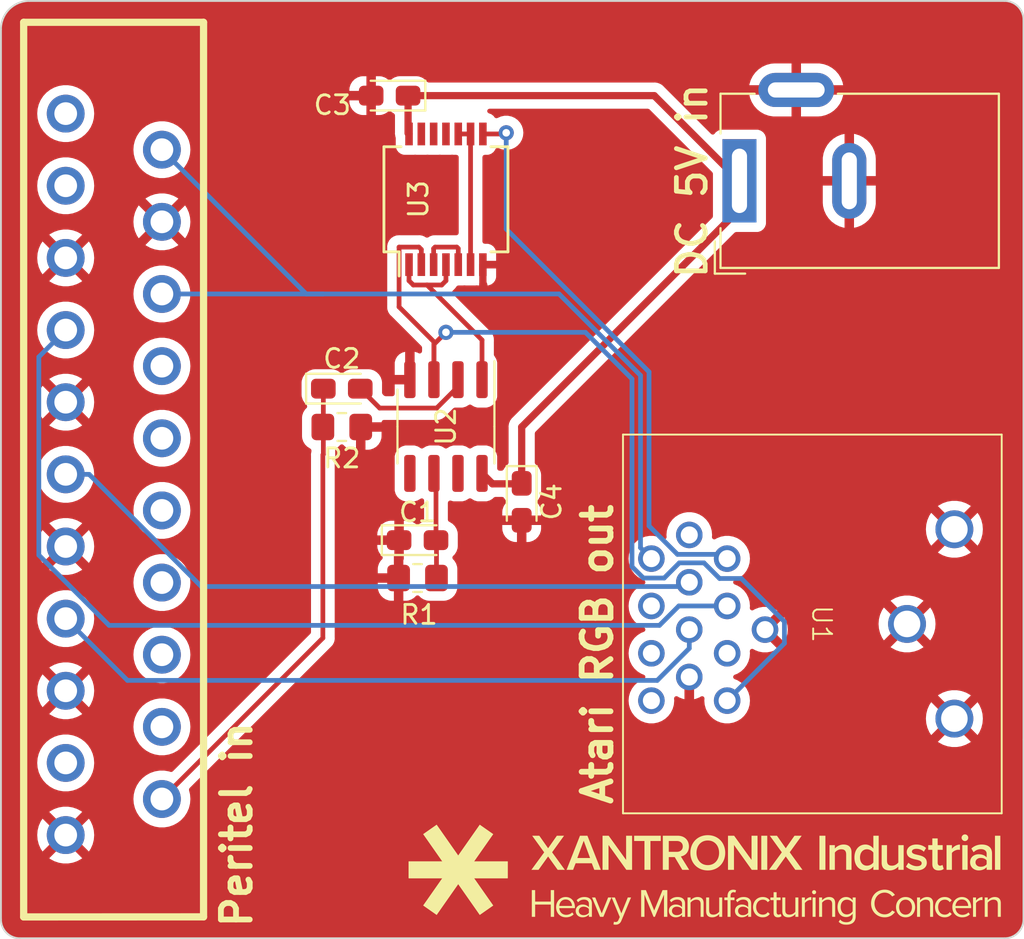
<source format=kicad_pcb>
(kicad_pcb (version 20221018) (generator pcbnew)

  (general
    (thickness 1.6)
  )

  (paper "A4")
  (layers
    (0 "F.Cu" signal)
    (31 "B.Cu" signal)
    (32 "B.Adhes" user "B.Adhesive")
    (33 "F.Adhes" user "F.Adhesive")
    (34 "B.Paste" user)
    (35 "F.Paste" user)
    (36 "B.SilkS" user "B.Silkscreen")
    (37 "F.SilkS" user "F.Silkscreen")
    (38 "B.Mask" user)
    (39 "F.Mask" user)
    (40 "Dwgs.User" user "User.Drawings")
    (41 "Cmts.User" user "User.Comments")
    (42 "Eco1.User" user "User.Eco1")
    (43 "Eco2.User" user "User.Eco2")
    (44 "Edge.Cuts" user)
    (45 "Margin" user)
    (46 "B.CrtYd" user "B.Courtyard")
    (47 "F.CrtYd" user "F.Courtyard")
    (48 "B.Fab" user)
    (49 "F.Fab" user)
    (50 "User.1" user)
    (51 "User.2" user)
    (52 "User.3" user)
    (53 "User.4" user)
    (54 "User.5" user)
    (55 "User.6" user)
    (56 "User.7" user)
    (57 "User.8" user)
    (58 "User.9" user)
  )

  (setup
    (pad_to_mask_clearance 0)
    (pcbplotparams
      (layerselection 0x00010fc_ffffffff)
      (plot_on_all_layers_selection 0x0000000_00000000)
      (disableapertmacros false)
      (usegerberextensions false)
      (usegerberattributes true)
      (usegerberadvancedattributes true)
      (creategerberjobfile true)
      (dashed_line_dash_ratio 12.000000)
      (dashed_line_gap_ratio 3.000000)
      (svgprecision 4)
      (plotframeref false)
      (viasonmask false)
      (mode 1)
      (useauxorigin false)
      (hpglpennumber 1)
      (hpglpenspeed 20)
      (hpglpendiameter 15.000000)
      (dxfpolygonmode true)
      (dxfimperialunits true)
      (dxfusepcbnewfont true)
      (psnegative false)
      (psa4output false)
      (plotreference true)
      (plotvalue true)
      (plotinvisibletext false)
      (sketchpadsonfab false)
      (subtractmaskfromsilk false)
      (outputformat 1)
      (mirror false)
      (drillshape 1)
      (scaleselection 1)
      (outputdirectory "")
    )
  )

  (net 0 "")
  (net 1 "GND")
  (net 2 "Net-(U2-INT)")
  (net 3 "CVBS")
  (net 4 "Net-(U2-VIDEO)")
  (net 5 "unconnected-(J1-P1-Pad1)")
  (net 6 "AUDIO_L")
  (net 7 "unconnected-(J1-P3-Pad3)")
  (net 8 "VIDEO_B")
  (net 9 "unconnected-(J1-P8-Pad8)")
  (net 10 "unconnected-(J1-P10-Pad10)")
  (net 11 "VIDEO_G")
  (net 12 "unconnected-(J1-P12-Pad12)")
  (net 13 "unconnected-(J1-P14-Pad14)")
  (net 14 "VIDEO_R")
  (net 15 "unconnected-(J1-P16-Pad16)")
  (net 16 "unconnected-(J1-P18-Pad18)")
  (net 17 "unconnected-(J1-P19-Pad19)")
  (net 18 "unconnected-(U1-Pad2)")
  (net 19 "unconnected-(U1-Pad3)")
  (net 20 "unconnected-(U1-Pad4)")
  (net 21 "HSYNC")
  (net 22 "unconnected-(U1-Pad11)")
  (net 23 "VSYNC")
  (net 24 "Net-(U2-CSYNC)")
  (net 25 "unconnected-(U2-BURST-Pad5)")
  (net 26 "+5V")
  (net 27 "Net-(U3-Pad3)")
  (net 28 "Net-(U3-Pad10)")
  (net 29 "unconnected-(U2-O{slash}E-Pad7)")
  (net 30 "unconnected-(U1-+15V-Pad5)")

  (footprint "Package_SO:SSOP-14_5.3x6.2mm_P0.65mm" (layer "F.Cu") (at 141 71.475 90))

  (footprint "Capacitor_Tantalum_SMD:CP_EIA-2012-15_AVX-P_Pad1.30x1.05mm_HandSolder" (layer "F.Cu") (at 138.025 66 180))

  (footprint "Capacitor_Tantalum_SMD:CP_EIA-2012-15_AVX-P_Pad1.30x1.05mm_HandSolder" (layer "F.Cu") (at 135.5 81.475))

  (footprint "Connector_BarrelJack:BarrelJack_Wuerth_6941xx301002" (layer "F.Cu") (at 156.5 70.5 90))

  (footprint "Capacitor_Tantalum_SMD:CP_EIA-2012-15_AVX-P_Pad1.30x1.05mm_HandSolder" (layer "F.Cu") (at 145 87.45 -90))

  (footprint "Capacitor_Tantalum_SMD:CP_EIA-2012-15_AVX-P_Pad1.30x1.05mm_HandSolder" (layer "F.Cu") (at 139.5 89.475))

  (footprint "Resistor_SMD:R_0805_2012Metric_Pad1.20x1.40mm_HandSolder" (layer "F.Cu") (at 135.5 83.5 180))

  (footprint "Resistor_SMD:R_0805_2012Metric_Pad1.20x1.40mm_HandSolder" (layer "F.Cu") (at 139.5 91.475))

  (footprint "sc1224-scart:SCART" (layer "F.Cu") (at 128.19964 86 90))

  (footprint "Package_SO:SOIC-8_3.9x4.9mm_P1.27mm" (layer "F.Cu") (at 141 83.475 -90))

  (footprint "sc1224-scart:DIN-13" (layer "F.Cu") (at 170.35 93.9 -90))

  (gr_poly
    (pts
      (xy 146.71168 109.367282)
      (xy 146.535996 109.367282)
      (xy 146.535996 108.719583)
      (xy 145.710496 108.719583)
      (xy 145.710496 109.367282)
      (xy 145.534812 109.367282)
      (xy 145.534812 107.955466)
      (xy 145.710496 107.955466)
      (xy 145.710496 108.562949)
      (xy 146.535996 108.562949)
      (xy 146.535996 107.955466)
      (xy 146.71168 107.955466)
    )

    (stroke (width 0) (type solid)) (fill solid) (layer "F.SilkS") (tstamp 04c21770-3c30-43ca-9e53-dd94507d64c1))
  (gr_poly
    (pts
      (xy 160.445912 107.959834)
      (xy 160.451367 107.960236)
      (xy 160.456747 107.960899)
      (xy 160.462043 107.961815)
      (xy 160.467249 107.96298)
      (xy 160.472358 107.964387)
      (xy 160.477364 107.966029)
      (xy 160.482259 107.967901)
      (xy 160.487035 107.969996)
      (xy 160.491687 107.972308)
      (xy 160.496208 107.974831)
      (xy 160.500589 107.977558)
      (xy 160.504825 107.980484)
      (xy 160.508908 107.983602)
      (xy 160.512831 107.986906)
      (xy 160.516588 107.99039)
      (xy 160.520171 107.994048)
      (xy 160.523574 107.997873)
      (xy 160.526789 108.00186)
      (xy 160.529809 108.006001)
      (xy 160.532628 108.010291)
      (xy 160.535238 108.014724)
      (xy 160.537633 108.019293)
      (xy 160.539805 108.023993)
      (xy 160.541748 108.028816)
      (xy 160.543455 108.033757)
      (xy 160.544918 108.03881)
      (xy 160.546131 108.043969)
      (xy 160.547086 108.049226)
      (xy 160.547777 108.054577)
      (xy 160.548197 108.060014)
      (xy 160.548338 108.065532)
      (xy 160.548197 108.071056)
      (xy 160.547777 108.076511)
      (xy 160.547086 108.081891)
      (xy 160.546131 108.087187)
      (xy 160.544918 108.092393)
      (xy 160.543455 108.097502)
      (xy 160.541748 108.102508)
      (xy 160.539805 108.107403)
      (xy 160.537633 108.112179)
      (xy 160.535238 108.116831)
      (xy 160.532628 108.121352)
      (xy 160.529809 108.125733)
      (xy 160.526789 108.129969)
      (xy 160.523574 108.134052)
      (xy 160.520171 108.137976)
      (xy 160.516588 108.141732)
      (xy 160.512831 108.145315)
      (xy 160.508908 108.148718)
      (xy 160.504825 108.151933)
      (xy 160.500589 108.154953)
      (xy 160.496208 108.157772)
      (xy 160.491687 108.160382)
      (xy 160.487035 108.162777)
      (xy 160.482259 108.16495)
      (xy 160.477364 108.166892)
      (xy 160.472358 108.168599)
      (xy 160.467249 108.170062)
      (xy 160.462043 108.171275)
      (xy 160.456747 108.17223)
      (xy 160.451367 108.172921)
      (xy 160.445912 108.173341)
      (xy 160.440388 108.173482)
      (xy 160.435057 108.173341)
      (xy 160.429782 108.172921)
      (xy 160.424571 108.17223)
      (xy 160.419432 108.171275)
      (xy 160.414373 108.170062)
      (xy 160.409399 108.168599)
      (xy 160.40452 108.166892)
      (xy 160.399742 108.16495)
      (xy 160.395072 108.162777)
      (xy 160.390518 108.160382)
      (xy 160.386087 108.157772)
      (xy 160.381787 108.154953)
      (xy 160.377625 108.151933)
      (xy 160.373608 108.148718)
      (xy 160.369744 108.145315)
      (xy 160.36604 108.141732)
      (xy 160.362504 108.137976)
      (xy 160.359142 108.134052)
      (xy 160.355962 108.129969)
      (xy 160.352972 108.125733)
      (xy 160.350179 108.121352)
      (xy 160.34759 108.116831)
      (xy 160.345213 108.112179)
      (xy 160.343055 108.107403)
      (xy 160.341123 108.102508)
      (xy 160.339424 108.097502)
      (xy 160.337967 108.092393)
      (xy 160.336758 108.087187)
      (xy 160.335805 108.081891)
      (xy 160.335116 108.076511)
      (xy 160.334696 108.071056)
      (xy 160.334555 108.065532)
      (xy 160.334696 108.060014)
      (xy 160.335116 108.054577)
      (xy 160.335805 108.049226)
      (xy 160.336758 108.043969)
      (xy 160.337967 108.03881)
      (xy 160.339424 108.033757)
      (xy 160.341123 108.028816)
      (xy 160.343055 108.023993)
      (xy 160.345213 108.019293)
      (xy 160.34759 108.014724)
      (xy 160.350179 108.010291)
      (xy 160.352972 108.006001)
      (xy 160.355962 108.00186)
      (xy 160.359142 107.997873)
      (xy 160.362504 107.994048)
      (xy 160.36604 107.99039)
      (xy 160.369744 107.986906)
      (xy 160.373608 107.983602)
      (xy 160.377625 107.980484)
      (xy 160.381787 107.977558)
      (xy 160.386087 107.974831)
      (xy 160.390518 107.972308)
      (xy 160.395072 107.969996)
      (xy 160.399742 107.967901)
      (xy 160.40452 107.966029)
      (xy 160.409399 107.964387)
      (xy 160.414373 107.96298)
      (xy 160.419432 107.961815)
      (xy 160.424571 107.960899)
      (xy 160.429782 107.960236)
      (xy 160.435057 107.959834)
      (xy 160.440388 107.959699)
    )

    (stroke (width 0) (type solid)) (fill solid) (layer "F.SilkS") (tstamp 097a4810-8236-4cc9-8d97-17989aed30d9))
  (gr_poly
    (pts
      (xy 150.514059 106.360875)
      (xy 150.514059 105.084366)
      (xy 150.829812 105.084366)
      (xy 150.829812 106.884433)
      (xy 150.524853 106.884433)
      (xy 149.585689 105.57284)
      (xy 149.585689 106.884433)
      (xy 149.269935 106.884433)
      (xy 149.269935 105.084366)
      (xy 149.593785 105.084366)
    )

    (stroke (width 0) (type solid)) (fill solid) (layer "F.SilkS") (tstamp 1b792017-f113-4190-ad02-d3b7f14eddcb))
  (gr_poly
    (pts
      (xy 148.351903 108.320686)
      (xy 148.390874 108.3242)
      (xy 148.428579 108.33015)
      (xy 148.446891 108.334064)
      (xy 148.464808 108.338615)
      (xy 148.482303 108.343815)
      (xy 148.499351 108.349673)
      (xy 148.515924 108.356197)
      (xy 148.531996 108.363399)
      (xy 148.547541 108.371288)
      (xy 148.562532 108.379873)
      (xy 148.576944 108.389165)
      (xy 148.59075 108.399172)
      (xy 148.603923 108.409905)
      (xy 148.616437 108.421373)
      (xy 148.628266 108.433585)
      (xy 148.639384 108.446553)
      (xy 148.649763 108.460285)
      (xy 148.659378 108.47479)
      (xy 148.668203 108.49008)
      (xy 148.67621 108.506163)
      (xy 148.683374 108.523049)
      (xy 148.689669 108.540747)
      (xy 148.695067 108.559268)
      (xy 148.699543 108.578621)
      (xy 148.70307 108.598816)
      (xy 148.705622 108.619863)
      (xy 148.707173 108.64177)
      (xy 148.707696 108.664549)
      (xy 148.707696 109.367282)
      (xy 148.548945 109.367282)
      (xy 148.548945 109.250866)
      (xy 148.532701 109.267806)
      (xy 148.515728 109.283699)
      (xy 148.498042 109.298537)
      (xy 148.479658 109.312315)
      (xy 148.460592 109.325027)
      (xy 148.440859 109.336665)
      (xy 148.420476 109.347225)
      (xy 148.399456 109.356699)
      (xy 148.377817 109.365082)
      (xy 148.355573 109.372368)
      (xy 148.332739 109.378549)
      (xy 148.309333 109.383621)
      (xy 148.285368 109.387576)
      (xy 148.26086 109.390409)
      (xy 148.235825 109.392113)
      (xy 148.210279 109.392683)
      (xy 148.193982 109.392342)
      (xy 148.177659 109.391321)
      (xy 148.145076 109.387246)
      (xy 148.128887 109.384196)
      (xy 148.112815 109.380474)
      (xy 148.096895 109.376081)
      (xy 148.081162 109.37102)
      (xy 148.065653 109.365292)
      (xy 148.050403 109.358899)
      (xy 148.035447 109.351844)
      (xy 148.020821 109.344127)
      (xy 148.006561 109.335752)
      (xy 147.992703 109.32672)
      (xy 147.979282 109.317033)
      (xy 147.966333 109.306693)
      (xy 147.953894 109.295702)
      (xy 147.941998 109.284061)
      (xy 147.930682 109.271773)
      (xy 147.919982 109.258841)
      (xy 147.909932 109.245264)
      (xy 147.90057 109.231046)
      (xy 147.89193 109.216189)
      (xy 147.884048 109.200694)
      (xy 147.87696 109.184564)
      (xy 147.870701 109.1678)
      (xy 147.865307 109.150404)
      (xy 147.860814 109.132378)
      (xy 147.857258 109.113724)
      (xy 147.854673 109.094445)
      (xy 147.853096 109.074542)
      (xy 147.852618 109.056132)
      (xy 148.015545 109.056132)
      (xy 148.015848 109.06813)
      (xy 148.016746 109.079906)
      (xy 148.018231 109.09145)
      (xy 148.020291 109.102753)
      (xy 148.022916 109.113802)
      (xy 148.026094 109.124588)
      (xy 148.029814 109.135101)
      (xy 148.034066 109.14533)
      (xy 148.038839 109.155264)
      (xy 148.044122 109.164893)
      (xy 148.049905 109.174206)
      (xy 148.056175 109.183194)
      (xy 148.062924 109.191845)
      (xy 148.070138 109.20015)
      (xy 148.077809 109.208097)
      (xy 148.085924 109.215676)
      (xy 148.094474 109.222877)
      (xy 148.103447 109.229689)
      (xy 148.112832 109.236102)
      (xy 148.122619 109.242105)
      (xy 148.132796 109.247688)
      (xy 148.143353 109.252841)
      (xy 148.15428 109.257552)
      (xy 148.165564 109.261812)
      (xy 148.177195 109.26561)
      (xy 148.189163 109.268936)
      (xy 148.201457 109.271779)
      (xy 148.214065 109.274128)
      (xy 148.226977 109.275973)
      (xy 148.240183 109.277305)
      (xy 148.25367 109.278111)
      (xy 148.267428 109.278382)
      (xy 148.288403 109.277886)
      (xy 148.309216 109.276398)
      (xy 148.329806 109.273917)
      (xy 148.350111 109.270444)
      (xy 148.370068 109.26598)
      (xy 148.389617 109.260523)
      (xy 148.408694 109.254073)
      (xy 148.427237 109.246632)
      (xy 148.445185 109.238198)
      (xy 148.462476 109.228773)
      (xy 148.479048 109.218355)
      (xy 148.494838 109.206944)
      (xy 148.509785 109.194542)
      (xy 148.516923 109.187969)
      (xy 148.523826 109.181148)
      (xy 148.530488 109.174078)
      (xy 148.536901 109.166761)
      (xy 148.543056 109.159195)
      (xy 148.548945 109.151382)
      (xy 148.548945 108.958766)
      (xy 148.536901 108.943387)
      (xy 148.523826 108.929)
      (xy 148.509785 108.915606)
      (xy 148.494838 108.903203)
      (xy 148.479047 108.891793)
      (xy 148.462476 108.881375)
      (xy 148.445185 108.871949)
      (xy 148.427236 108.863516)
      (xy 148.408693 108.856074)
      (xy 148.389616 108.849625)
      (xy 148.370068 108.844168)
      (xy 148.35011 108.839703)
      (xy 148.329806 108.836231)
      (xy 148.309216 108.83375)
      (xy 148.288403 108.832262)
      (xy 148.267428 108.831766)
      (xy 148.25367 108.832037)
      (xy 148.240183 108.832844)
      (xy 148.226978 108.834176)
      (xy 148.214066 108.836024)
      (xy 148.201457 108.838377)
      (xy 148.189164 108.841226)
      (xy 148.177196 108.844559)
      (xy 148.165564 108.848368)
      (xy 148.15428 108.852642)
      (xy 148.143354 108.857371)
      (xy 148.132797 108.862545)
      (xy 148.122619 108.868154)
      (xy 148.112832 108.874188)
      (xy 148.103447 108.880636)
      (xy 148.094474 108.887489)
      (xy 148.085925 108.894736)
      (xy 148.077809 108.902368)
      (xy 148.070139 108.910375)
      (xy 148.062924 108.918745)
      (xy 148.056176 108.92747)
      (xy 148.049905 108.936539)
      (xy 148.044123 108.945943)
      (xy 148.038839 108.95567)
      (xy 148.034066 108.965711)
      (xy 148.029814 108.976056)
      (xy 148.026094 108.986695)
      (xy 148.022916 108.997617)
      (xy 148.020291 109.008813)
      (xy 148.018231 109.020273)
      (xy 148.016746 109.031986)
      (xy 148.015848 109.043943)
      (xy 148.015545 109.056132)
      (xy 147.852618 109.056132)
      (xy 147.852563 109.054016)
      (xy 147.853096 109.032938)
      (xy 147.854673 109.012564)
      (xy 147.857258 108.992893)
      (xy 147.860814 108.973922)
      (xy 147.865307 108.955648)
      (xy 147.870701 108.93807)
      (xy 147.87696 108.921184)
      (xy 147.884048 108.904989)
      (xy 147.89193 108.889483)
      (xy 147.90057 108.874663)
      (xy 147.909932 108.860526)
      (xy 147.919982 108.84707)
      (xy 147.930682 108.834294)
      (xy 147.941998 108.822194)
      (xy 147.953894 108.810769)
      (xy 147.966333 108.800016)
      (xy 147.979282 108.789932)
      (xy 147.992703 108.780516)
      (xy 148.006561 108.771765)
      (xy 148.020821 108.763677)
      (xy 148.035447 108.756249)
      (xy 148.050403 108.749479)
      (xy 148.081162 108.737905)
      (xy 148.112815 108.728935)
      (xy 148.145076 108.722551)
      (xy 148.177659 108.718734)
      (xy 148.210279 108.717466)
      (xy 148.236197 108.717988)
      (xy 148.261554 108.719562)
      (xy 148.286335 108.722196)
      (xy 148.310523 108.725899)
      (xy 148.334103 108.730682)
      (xy 148.357061 108.736553)
      (xy 148.379379 108.743522)
      (xy 148.401044 108.751597)
      (xy 148.422038 108.760789)
      (xy 148.442347 108.771106)
      (xy 148.461956 108.782558)
      (xy 148.480848 108.795154)
      (xy 148.499009 108.808904)
      (xy 148.516422 108.823816)
      (xy 148.533073 108.8399)
      (xy 148.548945 108.857166)
      (xy 148.548945 108.673016)
      (xy 148.548625 108.660292)
      (xy 148.547673 108.647918)
      (xy 148.546103 108.635899)
      (xy 148.543927 108.624237)
      (xy 148.541158 108.612937)
      (xy 148.537811 108.602001)
      (xy 148.533898 108.591434)
      (xy 148.529432 108.581238)
      (xy 148.524427 108.571418)
      (xy 148.518896 108.561976)
      (xy 148.512851 108.552916)
      (xy 148.506306 108.544242)
      (xy 148.499275 108.535957)
      (xy 148.491769 108.528065)
      (xy 148.483804 108.520569)
      (xy 148.475391 108.513472)
      (xy 148.466544 108.506778)
      (xy 148.457276 108.500491)
      (xy 148.447601 108.494614)
      (xy 148.437531 108.489151)
      (xy 148.427079 108.484104)
      (xy 148.41626 108.479478)
      (xy 148.405085 108.475277)
      (xy 148.393569 108.471502)
      (xy 148.369563 108.46525)
      (xy 148.344348 108.460749)
      (xy 148.318029 108.458029)
      (xy 148.290712 108.457115)
      (xy 148.267962 108.457638)
      (xy 148.245737 108.459216)
      (xy 148.224014 108.461859)
      (xy 148.202771 108.465582)
      (xy 148.181987 108.470396)
      (xy 148.161641 108.476314)
      (xy 148.14171 108.483349)
      (xy 148.122173 108.491511)
      (xy 148.103007 108.500815)
      (xy 148.084192 108.511273)
      (xy 148.065706 108.522896)
      (xy 148.047527 108.535697)
      (xy 148.029633 108.549689)
      (xy 148.012002 108.564884)
      (xy 147.994614 108.581294)
      (xy 147.977445 108.598932)
      (xy 147.903362 108.488866)
      (xy 147.924251 108.468128)
      (xy 147.945658 108.448773)
      (xy 147.967605 108.430795)
      (xy 147.990113 108.414187)
      (xy 148.013203 108.398944)
      (xy 148.036898 108.385058)
      (xy 148.06122 108.372524)
      (xy 148.086189 108.361337)
      (xy 148.111829 108.351488)
      (xy 148.138159 108.342973)
      (xy 148.165203 108.335785)
      (xy 148.192982 108.329917)
      (xy 148.221517 108.325365)
      (xy 148.25083 108.32212)
      (xy 148.280944 108.320178)
      (xy 148.311879 108.319532)
    )

    (stroke (width 0) (type solid)) (fill solid) (layer "F.SilkS") (tstamp 1d537a32-c095-4159-b96b-97cc55e53437))
  (gr_poly
    (pts
      (xy 157.745117 108.319753)
      (xy 157.761919 108.320412)
      (xy 157.778291 108.321499)
      (xy 157.794241 108.323004)
      (xy 157.809777 108.324919)
      (xy 157.824907 108.327233)
      (xy 157.839639 108.329939)
      (xy 157.853982 108.333025)
      (xy 157.867944 108.336484)
      (xy 157.881533 108.340305)
      (xy 157.894756 108.34448)
      (xy 157.907622 108.349)
      (xy 157.92014 108.353853)
      (xy 157.932317 108.359033)
      (xy 157.944161 108.364529)
      (xy 157.955681 108.370332)
      (xy 157.966885 108.376432)
      (xy 157.977781 108.382821)
      (xy 157.988376 108.389489)
      (xy 157.99868 108.396426)
      (xy 158.018445 108.411073)
      (xy 158.03714 108.426688)
      (xy 158.05483 108.443195)
      (xy 158.071581 108.460521)
      (xy 158.087458 108.478592)
      (xy 158.102525 108.497332)
      (xy 157.996692 108.594698)
      (xy 157.983768 108.577853)
      (xy 157.970399 108.562229)
      (xy 157.956582 108.547808)
      (xy 157.94232 108.534572)
      (xy 157.92761 108.522501)
      (xy 157.912455 108.511578)
      (xy 157.896853 108.501783)
      (xy 157.880804 108.493098)
      (xy 157.864309 108.485505)
      (xy 157.847367 108.478984)
      (xy 157.829979 108.473518)
      (xy 157.812145 108.469087)
      (xy 157.793864 108.465674)
      (xy 157.775136 108.463258)
      (xy 157.755962 108.461823)
      (xy 157.736342 108.461348)
      (xy 157.716146 108.461835)
      (xy 157.696444 108.463281)
      (xy 157.677244 108.465668)
      (xy 157.658558 108.468976)
      (xy 157.640394 108.473184)
      (xy 157.622762 108.478273)
      (xy 157.605672 108.484223)
      (xy 157.589134 108.491015)
      (xy 157.573156 108.498628)
      (xy 157.55775 108.507043)
      (xy 157.542924 108.51624)
      (xy 157.528689 108.5262)
      (xy 157.515053 108.536902)
      (xy 157.502027 108.548327)
      (xy 157.489621 108.560456)
      (xy 157.477843 108.573267)
      (xy 157.466705 108.586742)
      (xy 157.456214 108.600861)
      (xy 157.446382 108.615603)
      (xy 157.437217 108.63095)
      (xy 157.42873 108.646882)
      (xy 157.420931 108.663378)
      (xy 157.413828 108.680419)
      (xy 157.407431 108.697985)
      (xy 157.401751 108.716057)
      (xy 157.396797 108.734614)
      (xy 157.392578 108.753637)
      (xy 157.389105 108.773106)
      (xy 157.386386 108.793002)
      (xy 157.384433 108.813304)
      (xy 157.383253 108.833992)
      (xy 157.382858 108.855048)
      (xy 157.383253 108.87611)
      (xy 157.384433 108.896817)
      (xy 157.386386 108.917148)
      (xy 157.389105 108.937082)
      (xy 157.392578 108.956599)
      (xy 157.396797 108.975678)
      (xy 157.401751 108.9943)
      (xy 157.407431 109.012443)
      (xy 157.413828 109.030086)
      (xy 157.420931 109.04721)
      (xy 157.42873 109.063794)
      (xy 157.437217 109.079816)
      (xy 157.446382 109.095258)
      (xy 157.456214 109.110097)
      (xy 157.466705 109.124314)
      (xy 157.477843 109.137888)
      (xy 157.489621 109.150799)
      (xy 157.502027 109.163025)
      (xy 157.515053 109.174547)
      (xy 157.528689 109.185344)
      (xy 157.542924 109.195395)
      (xy 157.55775 109.204679)
      (xy 157.573156 109.213177)
      (xy 157.589134 109.220868)
      (xy 157.605672 109.227731)
      (xy 157.622762 109.233745)
      (xy 157.640394 109.238891)
      (xy 157.658558 109.243147)
      (xy 157.677244 109.246493)
      (xy 157.696444 109.248908)
      (xy 157.716146 109.250372)
      (xy 157.736342 109.250865)
      (xy 157.755962 109.250367)
      (xy 157.775136 109.248868)
      (xy 157.793864 109.246358)
      (xy 157.812145 109.242828)
      (xy 157.829979 109.238269)
      (xy 157.847367 109.232671)
      (xy 157.864309 109.226025)
      (xy 157.880804 109.218322)
      (xy 157.896853 109.209552)
      (xy 157.912455 109.199706)
      (xy 157.92761 109.188775)
      (xy 157.94232 109.176749)
      (xy 157.956582 109.16362)
      (xy 157.970399 109.149377)
      (xy 157.983768 109.134012)
      (xy 157.996692 109.117515)
      (xy 158.102525 109.214882)
      (xy 158.087458 109.233622)
      (xy 158.071582 109.251692)
      (xy 158.054831 109.269018)
      (xy 158.03714 109.285525)
      (xy 158.018445 109.30114)
      (xy 157.998681 109.315787)
      (xy 157.977781 109.329393)
      (xy 157.955682 109.341882)
      (xy 157.932317 109.35318)
      (xy 157.907623 109.363214)
      (xy 157.881533 109.371908)
      (xy 157.853983 109.379188)
      (xy 157.824907 109.38498)
      (xy 157.794241 109.389209)
      (xy 157.761919 109.391801)
      (xy 157.727876 109.392682)
      (xy 157.699596 109.392005)
      (xy 157.671918 109.389993)
      (xy 157.644861 109.386675)
      (xy 157.618446 109.382082)
      (xy 157.592691 109.376242)
      (xy 157.567616 109.369186)
      (xy 157.54324 109.360941)
      (xy 157.519582 109.351539)
      (xy 157.496663 109.341008)
      (xy 157.474501 109.329378)
      (xy 157.453115 109.316678)
      (xy 157.432526 109.302938)
      (xy 157.412752 109.288188)
      (xy 157.393813 109.272456)
      (xy 157.375728 109.255772)
      (xy 157.358517 109.238165)
      (xy 157.342199 109.219666)
      (xy 157.326793 109.200303)
      (xy 157.312318 109.180106)
      (xy 157.298795 109.159104)
      (xy 157.286243 109.137328)
      (xy 157.27468 109.114805)
      (xy 157.264126 109.091567)
      (xy 157.254601 109.067641)
      (xy 157.246124 109.043059)
      (xy 157.238715 109.017848)
      (xy 157.232392 108.992039)
      (xy 157.227176 108.965661)
      (xy 157.223084 108.938744)
      (xy 157.220138 108.911316)
      (xy 157.218356 108.883408)
      (xy 157.217758 108.855049)
      (xy 157.217758 108.855048)
      (xy 157.218356 108.826881)
      (xy 157.220138 108.799154)
      (xy 157.223084 108.771895)
      (xy 157.227176 108.745135)
      (xy 157.232392 108.718903)
      (xy 157.238715 108.69323)
      (xy 157.246124 108.668146)
      (xy 157.254601 108.643679)
      (xy 157.264126 108.619861)
      (xy 157.27468 108.59672)
      (xy 157.286243 108.574288)
      (xy 157.298795 108.552592)
      (xy 157.312318 108.531664)
      (xy 157.326793 108.511534)
      (xy 157.342199 108.49223)
      (xy 157.358517 108.473784)
      (xy 157.375728 108.456224)
      (xy 157.393813 108.439581)
      (xy 157.412752 108.423884)
      (xy 157.432526 108.409163)
      (xy 157.453115 108.395449)
      (xy 157.474501 108.382771)
      (xy 157.496663 108.371158)
      (xy 157.519582 108.360641)
      (xy 157.54324 108.35125)
      (xy 157.567616 108.343014)
      (xy 157.592691 108.335963)
      (xy 157.618446 108.330127)
      (xy 157.644861 108.325536)
      (xy 157.671918 108.32222)
      (xy 157.699596 108.320209)
      (xy 157.727876 108.319532)
    )

    (stroke (width 0) (type solid)) (fill solid) (layer "F.SilkS") (tstamp 25a100fb-619a-4bdb-83b4-e6a78ec40c77))
  (gr_poly
    (pts
      (xy 164.193722 107.932534)
      (xy 164.217012 107.933577)
      (xy 164.239826 107.935296)
      (xy 164.262168 107.937677)
      (xy 164.284042 107.940705)
      (xy 164.305452 107.944364)
      (xy 164.326401 107.948639)
      (xy 164.346893 107.953515)
      (xy 164.366933 107.958977)
      (xy 164.386524 107.96501)
      (xy 164.40567 107.971599)
      (xy 164.424375 107.978729)
      (xy 164.442643 107.986384)
      (xy 164.460477 107.99455)
      (xy 164.477882 108.003211)
      (xy 164.494862 108.012352)
      (xy 164.51142 108.021958)
      (xy 164.52756 108.032014)
      (xy 164.543286 108.042505)
      (xy 164.558601 108.053416)
      (xy 164.588019 108.076436)
      (xy 164.615842 108.100954)
      (xy 164.642103 108.126848)
      (xy 164.666832 108.153999)
      (xy 164.690061 108.182284)
      (xy 164.711819 108.211583)
      (xy 164.563653 108.294133)
      (xy 164.547814 108.272293)
      (xy 164.530502 108.251278)
      (xy 164.511783 108.231169)
      (xy 164.49172 108.212046)
      (xy 164.470381 108.193989)
      (xy 164.447828 108.177079)
      (xy 164.424129 108.161398)
      (xy 164.399348 108.147024)
      (xy 164.373549 108.13404)
      (xy 164.346799 108.122526)
      (xy 164.319161 108.112561)
      (xy 164.290702 108.104228)
      (xy 164.261487 108.097606)
      (xy 164.23158 108.092776)
      (xy 164.201047 108.08982)
      (xy 164.169952 108.088816)
      (xy 164.141779 108.089506)
      (xy 164.114034 108.091561)
      (xy 164.086746 108.094953)
      (xy 164.059948 108.09966)
      (xy 164.033669 108.105654)
      (xy 164.007939 108.112912)
      (xy 163.982791 108.121408)
      (xy 163.958253 108.131116)
      (xy 163.934357 108.142012)
      (xy 163.911134 108.15407)
      (xy 163.888614 108.167266)
      (xy 163.866828 108.181573)
      (xy 163.845805 108.196967)
      (xy 163.825578 108.213423)
      (xy 163.806176 108.230915)
      (xy 163.787631 108.249418)
      (xy 163.769972 108.268907)
      (xy 163.75323 108.289357)
      (xy 163.737437 108.310743)
      (xy 163.722622 108.333039)
      (xy 163.708816 108.35622)
      (xy 163.696051 108.380261)
      (xy 163.684355 108.405137)
      (xy 163.673761 108.430823)
      (xy 163.664299 108.457293)
      (xy 163.655998 108.484522)
      (xy 163.648891 108.512486)
      (xy 163.643008 108.541158)
      (xy 163.638378 108.570514)
      (xy 163.635033 108.600529)
      (xy 163.633004 108.631176)
      (xy 163.632321 108.662432)
      (xy 163.633004 108.693502)
      (xy 163.635033 108.723987)
      (xy 163.638378 108.753862)
      (xy 163.643008 108.783099)
      (xy 163.648891 108.811673)
      (xy 163.655998 108.839556)
      (xy 163.664299 108.866724)
      (xy 163.673761 108.893149)
      (xy 163.684355 108.918805)
      (xy 163.696051 108.943666)
      (xy 163.708816 108.967705)
      (xy 163.722622 108.990896)
      (xy 163.737437 109.013213)
      (xy 163.75323 109.034629)
      (xy 163.769972 109.055118)
      (xy 163.787631 109.074653)
      (xy 163.806176 109.093209)
      (xy 163.825578 109.110759)
      (xy 163.845805 109.127276)
      (xy 163.866828 109.142734)
      (xy 163.888614 109.157107)
      (xy 163.911134 109.170368)
      (xy 163.934357 109.182492)
      (xy 163.958253 109.193451)
      (xy 163.982791 109.20322)
      (xy 164.007939 109.211772)
      (xy 164.033669 109.21908)
      (xy 164.059948 109.225119)
      (xy 164.086746 109.229861)
      (xy 164.114034 109.233281)
      (xy 164.141779 109.235353)
      (xy 164.169952 109.236049)
      (xy 164.185566 109.235803)
      (xy 164.201047 109.235069)
      (xy 164.216388 109.233857)
      (xy 164.23158 109.232175)
      (xy 164.246616 109.230034)
      (xy 164.261487 109.22744)
      (xy 164.276185 109.224404)
      (xy 164.290702 109.220935)
      (xy 164.30503 109.21704)
      (xy 164.319161 109.21273)
      (xy 164.346799 109.202898)
      (xy 164.373549 109.191509)
      (xy 164.399348 109.178635)
      (xy 164.424129 109.164347)
      (xy 164.447828 109.148716)
      (xy 164.470381 109.131814)
      (xy 164.49172 109.113712)
      (xy 164.511783 109.094482)
      (xy 164.530502 109.074194)
      (xy 164.547814 109.052921)
      (xy 164.563653 109.030733)
      (xy 164.713937 109.113282)
      (xy 164.691108 109.14293)
      (xy 164.667036 109.171474)
      (xy 164.641667 109.198803)
      (xy 164.61495 109.224804)
      (xy 164.586831 109.249367)
      (xy 164.557258 109.27238)
      (xy 164.526179 109.29373)
      (xy 164.493539 109.313307)
      (xy 164.459288 109.330999)
      (xy 164.423371 109.346694)
      (xy 164.385736 109.360281)
      (xy 164.346331 109.371648)
      (xy 164.305103 109.380683)
      (xy 164.261999 109.387275)
      (xy 164.216966 109.391312)
      (xy 164.169952 109.392682)
      (xy 164.169952 109.392683)
      (xy 164.132691 109.39182)
      (xy 164.095944 109.389249)
      (xy 164.059756 109.385)
      (xy 164.024171 109.379102)
      (xy 163.989233 109.371584)
      (xy 163.954984 109.362475)
      (xy 163.92147 109.351805)
      (xy 163.888734 109.339601)
      (xy 163.856819 109.325893)
      (xy 163.82577 109.310711)
      (xy 163.79563 109.294083)
      (xy 163.766443 109.276039)
      (xy 163.738253 109.256607)
      (xy 163.711103 109.235817)
      (xy 163.685038 109.213697)
      (xy 163.660101 109.190277)
      (xy 163.636336 109.165585)
      (xy 163.613787 109.139652)
      (xy 163.592498 109.112505)
      (xy 163.572512 109.084175)
      (xy 163.553873 109.054689)
      (xy 163.536625 109.024078)
      (xy 163.520812 108.992369)
      (xy 163.506478 108.959593)
      (xy 163.493665 108.925778)
      (xy 163.48242 108.890954)
      (xy 163.472784 108.855149)
      (xy 163.464802 108.818393)
      (xy 163.458517 108.780714)
      (xy 163.453974 108.742141)
      (xy 163.451216 108.702705)
      (xy 163.450287 108.662433)
      (xy 163.451216 108.622161)
      (xy 163.453974 108.582725)
      (xy 163.458517 108.544152)
      (xy 163.464801 108.506473)
      (xy 163.472784 108.469717)
      (xy 163.482419 108.433912)
      (xy 163.493665 108.399088)
      (xy 163.506477 108.365273)
      (xy 163.520811 108.332497)
      (xy 163.536624 108.300788)
      (xy 163.553872 108.270177)
      (xy 163.572511 108.240691)
      (xy 163.592497 108.212361)
      (xy 163.613786 108.185214)
      (xy 163.636335 108.15928)
      (xy 163.6601 108.134589)
      (xy 163.685037 108.111169)
      (xy 163.711102 108.089049)
      (xy 163.738251 108.068259)
      (xy 163.766442 108.048827)
      (xy 163.795628 108.030782)
      (xy 163.825769 108.014155)
      (xy 163.856818 107.998972)
      (xy 163.888733 107.985265)
      (xy 163.921469 107.973061)
      (xy 163.954983 107.96239)
      (xy 163.989232 107.953281)
      (xy 164.02417 107.945764)
      (xy 164.059756 107.939866)
      (xy 164.095944 107.935617)
      (xy 164.13269 107.933046)
      (xy 164.169952 107.932183)
    )

    (stroke (width 0) (type solid)) (fill solid) (layer "F.SilkS") (tstamp 28a983d9-9707-4b77-a6ac-991f33a9e9b2))
  (gr_poly
    (pts
      (xy 150.263445 109.183132)
      (xy 150.602112 108.344932)
      (xy 150.775677 108.344932)
      (xy 150.263445 109.574716)
      (xy 150.251442 109.601439)
      (xy 150.238463 109.626082)
      (xy 150.224522 109.648697)
      (xy 150.209636 109.669337)
      (xy 150.201843 109.678933)
      (xy 150.193819 109.688055)
      (xy 150.185567 109.696709)
      (xy 150.177088 109.704903)
      (xy 150.168384 109.712642)
      (xy 150.159457 109.719934)
      (xy 150.15031 109.726785)
      (xy 150.140943 109.733201)
      (xy 150.121561 109.744756)
      (xy 150.101326 109.754653)
      (xy 150.080254 109.762943)
      (xy 150.05836 109.76968)
      (xy 150.03566 109.774917)
      (xy 150.01217 109.778705)
      (xy 149.987904 109.781098)
      (xy 149.962879 109.782149)
      (xy 149.949369 109.78186)
      (xy 149.934568 109.781025)
      (xy 149.918975 109.779693)
      (xy 149.903083 109.777916)
      (xy 149.88739 109.775741)
      (xy 149.872391 109.773219)
      (xy 149.858583 109.7704)
      (xy 149.852281 109.768894)
      (xy 149.846462 109.767332)
      (xy 149.871861 109.623399)
      (xy 149.876394 109.625333)
      (xy 149.881233 109.627165)
      (xy 149.886339 109.628892)
      (xy 149.891672 109.63051)
      (xy 149.89719 109.632016)
      (xy 149.902855 109.633408)
      (xy 149.908624 109.634682)
      (xy 149.914459 109.635835)
      (xy 149.926163 109.637765)
      (xy 149.937643 109.639175)
      (xy 149.948578 109.640039)
      (xy 149.95374 109.640259)
      (xy 149.958645 109.640333)
      (xy 149.971472 109.640051)
      (xy 149.983772 109.639167)
      (xy 149.995563 109.637626)
      (xy 150.006865 109.635372)
      (xy 150.012338 109.63396)
      (xy 150.017695 109.632349)
      (xy 150.02294 109.630531)
      (xy 150.028073 109.628501)
      (xy 150.033098 109.62625)
      (xy 150.038017 109.623772)
      (xy 150.042832 109.621061)
      (xy 150.047545 109.618108)
      (xy 150.052159 109.614907)
      (xy 150.056676 109.611451)
      (xy 150.061099 109.607733)
      (xy 150.065429 109.603746)
      (xy 150.06967 109.599483)
      (xy 150.073822 109.594937)
      (xy 150.07789 109.590101)
      (xy 150.081875 109.584969)
      (xy 150.085779 109.579532)
      (xy 150.089604 109.573785)
      (xy 150.093354 109.56772)
      (xy 150.09703 109.56133)
      (xy 150.100635 109.554608)
      (xy 150.104171 109.547547)
      (xy 150.111045 109.532382)
      (xy 150.178778 109.377866)
      (xy 149.751211 108.344932)
      (xy 149.922661 108.344932)
    )

    (stroke (width 0) (type solid)) (fill solid) (layer "F.SilkS") (tstamp 28c6bc3a-2d32-4989-ba10-d0f3141b95a3))
  (gr_poly
    (pts
      (xy 143.5 105)
      (xy 140.510363 109.269661)
      (xy 139.79511 108.768865)
      (xy 142.784746 104.499203)
    )

    (stroke (width 0) (type solid)) (fill solid) (layer "F.SilkS") (tstamp 2a376715-dabc-42f5-8a4d-6c41139faf04))
  (gr_poly
    (pts
      (xy 161.038808 106.884433)
      (xy 160.723053 106.884433)
      (xy 160.723053 105.084366)
      (xy 161.038808 105.084366)
    )

    (stroke (width 0) (type solid)) (fill solid) (layer "F.SilkS") (tstamp 2ee25e86-9f08-4eb0-b8fa-78f08543074e))
  (gr_poly
    (pts
      (xy 158.462359 108.344932)
      (xy 158.669794 108.344932)
      (xy 158.669794 108.484632)
      (xy 158.462359 108.484632)
      (xy 158.462359 109.119633)
      (xy 158.462757 109.133664)
      (xy 158.463254 109.140478)
      (xy 158.463951 109.147149)
      (xy 158.464848 109.153672)
      (xy 158.465945 109.160039)
      (xy 158.467243 109.166246)
      (xy 158.468742 109.172285)
      (xy 158.470443 109.17815)
      (xy 158.472346 109.183835)
      (xy 158.474451 109.189335)
      (xy 158.476758 109.194642)
      (xy 158.479269 109.199751)
      (xy 158.481983 109.204655)
      (xy 158.484901 109.209348)
      (xy 158.488023 109.213824)
      (xy 158.49135 109.218077)
      (xy 158.494882 109.222101)
      (xy 158.49862 109.225889)
      (xy 158.502563 109.229435)
      (xy 158.506712 109.232733)
      (xy 158.511068 109.235776)
      (xy 158.515631 109.23856)
      (xy 158.520401 109.241076)
      (xy 158.525379 109.24332)
      (xy 158.530566 109.245285)
      (xy 158.53596 109.246964)
      (xy 158.541564 109.248352)
      (xy 158.547377 109.249443)
      (xy 158.553399 109.250229)
      (xy 158.559632 109.250706)
      (xy 158.566075 109.250866)
      (xy 158.57438 109.250646)
      (xy 158.582607 109.250002)
      (xy 158.59073 109.248954)
      (xy 158.598718 109.247525)
      (xy 158.606546 109.245737)
      (xy 158.614184 109.243611)
      (xy 158.621606 109.241168)
      (xy 158.628782 109.23843)
      (xy 158.635685 109.23542)
      (xy 158.642288 109.232159)
      (xy 158.648562 109.228668)
      (xy 158.65448 109.22497)
      (xy 158.660013 109.221085)
      (xy 158.665134 109.217036)
      (xy 158.669814 109.212845)
      (xy 158.674026 109.208533)
      (xy 158.720593 109.327066)
      (xy 158.712849 109.334081)
      (xy 158.704681 109.340824)
      (xy 158.696059 109.347269)
      (xy 158.686958 109.353392)
      (xy 158.677347 109.359167)
      (xy 158.667201 109.36457)
      (xy 158.65649 109.369577)
      (xy 158.645187 109.374161)
      (xy 158.633263 109.3783)
      (xy 158.620692 109.381967)
      (xy 158.607445 109.385137)
      (xy 158.593494 109.387787)
      (xy 158.578811 109.389892)
      (xy 158.563369 109.391425)
      (xy 158.547139 109.392364)
      (xy 158.530093 109.392682)
      (xy 158.516221 109.392429)
      (xy 158.502784 109.39167)
      (xy 158.489781 109.390411)
      (xy 158.477214 109.388656)
      (xy 158.465082 109.386407)
      (xy 158.453386 109.383669)
      (xy 158.442127 109.380446)
      (xy 158.431304 109.376741)
      (xy 158.420919 109.372559)
      (xy 158.410971 109.367903)
      (xy 158.401461 109.362778)
      (xy 158.39239 109.357187)
      (xy 158.383757 109.351133)
      (xy 158.375563 109.344622)
      (xy 158.367809 109.337657)
      (xy 158.360495 109.330241)
      (xy 158.353621 109.322378)
      (xy 158.347188 109.314073)
      (xy 158.341196 109.305329)
      (xy 158.335645 109.296151)
      (xy 158.330536 109.286541)
      (xy 158.32587 109.276504)
      (xy 158.321645 109.266044)
      (xy 158.317864 109.255165)
      (xy 158.314527 109.24387)
      (xy 158.311633 109.232164)
      (xy 158.309183 109.22005)
      (xy 158.307178 109.207532)
      (xy 158.305617 109.194614)
      (xy 158.304503 109.1813)
      (xy 158.30361 109.153499)
      (xy 158.30361 108.484632)
      (xy 158.134276 108.484632)
      (xy 158.134276 108.344932)
      (xy 158.30361 108.344932)
      (xy 158.30361 108.065533)
      (xy 158.462359 108.065533)
    )

    (stroke (width 0) (type solid)) (fill solid) (layer "F.SilkS") (tstamp 32514a47-9a29-40ab-ab22-39be037df96d))
  (gr_poly
    (pts
      (xy 166.968225 105.580936)
      (xy 167.232699 105.580936)
      (xy 167.232699 105.829221)
      (xy 166.968225 105.829221)
      (xy 166.968225 106.512005)
      (xy 166.968351 106.520282)
      (xy 166.96873 106.528409)
      (xy 166.969359 106.536379)
      (xy 166.970238 106.544184)
      (xy 166.971367 106.551818)
      (xy 166.972743 106.559272)
      (xy 166.974367 106.566539)
      (xy 166.976237 106.573612)
      (xy 166.978352 106.580484)
      (xy 166.98071 106.587146)
      (xy 166.983312 106.593592)
      (xy 166.986157 106.599814)
      (xy 166.989242 106.605805)
      (xy 166.992567 106.611557)
      (xy 166.996132 106.617064)
      (xy 166.999935 106.622316)
      (xy 167.003975 106.627308)
      (xy 167.008251 106.632031)
      (xy 167.012763 106.636479)
      (xy 167.017508 106.640643)
      (xy 167.022487 106.644517)
      (xy 167.027699 106.648093)
      (xy 167.033141 106.651364)
      (xy 167.038814 106.654322)
      (xy 167.044716 106.656959)
      (xy 167.050846 106.659269)
      (xy 167.057204 106.661244)
      (xy 167.063788 106.662877)
      (xy 167.070597 106.664159)
      (xy 167.077631 106.665084)
      (xy 167.084888 106.665645)
      (xy 167.092367 106.665834)
      (xy 167.102449 106.665585)
      (xy 167.112428 106.664858)
      (xy 167.122265 106.663681)
      (xy 167.13192 106.662081)
      (xy 167.141354 106.660085)
      (xy 167.150526 106.657721)
      (xy 167.159398 106.655018)
      (xy 167.167931 106.652002)
      (xy 167.176084 106.648702)
      (xy 167.183818 106.645145)
      (xy 167.191093 106.641358)
      (xy 167.19787 106.63737)
      (xy 167.20411 106.633208)
      (xy 167.209772 106.6289)
      (xy 167.214818 106.624473)
      (xy 167.219208 106.619955)
      (xy 167.286676 106.833156)
      (xy 167.276678 106.842101)
      (xy 167.265898 106.850698)
      (xy 167.254311 106.858915)
      (xy 167.241894 106.866722)
      (xy 167.228623 106.874085)
      (xy 167.214474 106.880975)
      (xy 167.199424 106.887358)
      (xy 167.183449 106.893203)
      (xy 167.166526 106.89848)
      (xy 167.148629 106.903155)
      (xy 167.129737 106.907198)
      (xy 167.109824 106.910577)
      (xy 167.088868 106.913259)
      (xy 167.066845 106.915215)
      (xy 167.04373 106.916412)
      (xy 167.019501 106.916817)
      (xy 166.999308 106.91647)
      (xy 166.979719 106.915431)
      (xy 166.960735 106.913704)
      (xy 166.94236 106.911293)
      (xy 166.924596 106.908203)
      (xy 166.907444 106.904436)
      (xy 166.890909 106.899997)
      (xy 166.874992 106.89489)
      (xy 166.859695 106.889119)
      (xy 166.845022 106.882688)
      (xy 166.830974 106.8756)
      (xy 166.817554 106.86786)
      (xy 166.804765 106.859472)
      (xy 166.792608 106.85044)
      (xy 166.781088 106.840767)
      (xy 166.770205 106.830457)
      (xy 166.759962 106.819515)
      (xy 166.750363 106.807945)
      (xy 166.741409 106.79575)
      (xy 166.733102 106.782934)
      (xy 166.725446 106.769501)
      (xy 166.718443 106.755456)
      (xy 166.712095 106.740802)
      (xy 166.706405 106.725543)
      (xy 166.701375 106.709683)
      (xy 166.697007 106.693227)
      (xy 166.693305 106.676177)
      (xy 166.69027 106.658538)
      (xy 166.687906 106.640315)
      (xy 166.686214 106.62151)
      (xy 166.685197 106.602128)
      (xy 166.684857 106.582172)
      (xy 166.684857 105.829221)
      (xy 166.468954 105.829221)
      (xy 166.468954 105.580936)
      (xy 166.684857 105.580936)
      (xy 166.684857 105.224701)
      (xy 166.968225 105.224701)
    )

    (stroke (width 0) (type solid)) (fill solid) (layer "F.SilkS") (tstamp 3f27d436-08e5-4573-9f73-5cedd1aa4215))
  (gr_poly
    (pts
      (xy 160.295396 108.486749)
      (xy 160.28824 108.48526)
      (xy 160.281009 108.483971)
      (xy 160.27363 108.482879)
      (xy 160.266027 108.481986)
      (xy 160.258127 108.481292)
      (xy 160.249854 108.480796)
      (xy 160.241135 108.480498)
      (xy 160.231895 108.480399)
      (xy 160.222666 108.480632)
      (xy 160.213247 108.481322)
      (xy 160.203663 108.482455)
      (xy 160.193936 108.484016)
      (xy 160.184088 108.485991)
      (xy 160.174141 108.488366)
      (xy 160.154042 108.494256)
      (xy 160.133819 108.501573)
      (xy 160.113652 108.510202)
      (xy 160.093721 108.520027)
      (xy 160.074205 108.530934)
      (xy 160.055284 108.542809)
      (xy 160.037138 108.555536)
      (xy 160.019948 108.569002)
      (xy 160.003892 108.58309)
      (xy 159.989151 108.597687)
      (xy 159.975904 108.612678)
      (xy 159.969897 108.620285)
      (xy 159.964331 108.627948)
      (xy 159.959229 108.635652)
      (xy 159.954613 108.643382)
      (xy 159.954613 109.367282)
      (xy 159.795863 109.367282)
      (xy 159.795863 108.344932)
      (xy 159.954613 108.344932)
      (xy 159.954613 108.510032)
      (xy 159.970509 108.49015)
      (xy 159.987227 108.471035)
      (xy 160.004744 108.452756)
      (xy 160.02304 108.435387)
      (xy 160.042093 108.418996)
      (xy 160.06188 108.403657)
      (xy 160.082381 108.389441)
      (xy 160.103573 108.376418)
      (xy 160.125435 108.36466)
      (xy 160.147945 108.354238)
      (xy 160.171081 108.345224)
      (xy 160.194821 108.337689)
      (xy 160.219145 108.331705)
      (xy 160.24403 108.327341)
      (xy 160.269454 108.324671)
      (xy 160.295396 108.323765)
    )

    (stroke (width 0) (type solid)) (fill solid) (layer "F.SilkS") (tstamp 4d93f381-5cc3-47b6-9989-68b748e64475))
  (gr_poly
    (pts
      (xy 143.5 108.768865)
      (xy 142.784798 109.269661)
      (xy 139.79511 105)
      (xy 140.510312 104.499203)
    )

    (stroke (width 0) (type solid)) (fill solid) (layer "F.SilkS") (tstamp 4e917df9-e919-4b49-a05e-050b2d456d2f))
  (gr_poly
    (pts
      (xy 158.920619 109.018032)
      (xy 158.920884 109.034529)
      (xy 158.921675 109.050296)
      (xy 158.922982 109.065346)
      (xy 158.924799 109.079692)
      (xy 158.927116 109.093349)
      (xy 158.929925 109.106329)
      (xy 158.93322 109.118646)
      (xy 158.93699 109.130314)
      (xy 158.941229 109.141347)
      (xy 158.945928 109.151757)
      (xy 158.951078 109.16156)
      (xy 158.956673 109.170767)
      (xy 158.962703 109.179392)
      (xy 158.96916 109.18745)
      (xy 158.976037 109.194954)
      (xy 158.983326 109.201917)
      (xy 158.991017 109.208353)
      (xy 158.999103 109.214276)
      (xy 159.007576 109.219698)
      (xy 159.016428 109.224634)
      (xy 159.02565 109.229097)
      (xy 159.035234 109.233101)
      (xy 159.045173 109.23666)
      (xy 159.055458 109.239786)
      (xy 159.066081 109.242493)
      (xy 159.077033 109.244796)
      (xy 159.099896 109.24824)
      (xy 159.12398 109.250227)
      (xy 159.14922 109.250865)
      (xy 159.160908 109.250656)
      (xy 159.172549 109.250037)
      (xy 159.184133 109.249018)
      (xy 159.195651 109.247612)
      (xy 159.207092 109.245828)
      (xy 159.218449 109.243679)
      (xy 159.22971 109.241176)
      (xy 159.240866 109.23833)
      (xy 159.262823 109.231654)
      (xy 159.284245 109.223741)
      (xy 159.305052 109.214681)
      (xy 159.325168 109.204563)
      (xy 159.344516 109.193478)
      (xy 159.363016 109.181515)
      (xy 159.380593 109.168765)
      (xy 159.397168 109.155317)
      (xy 159.412664 109.141262)
      (xy 159.427003 109.126689)
      (xy 159.440109 109.111688)
      (xy 159.451903 109.096348)
      (xy 159.451903 108.344932)
      (xy 159.610654 108.344932)
      (xy 159.610654 109.367282)
      (xy 159.451903 109.367282)
      (xy 159.451903 109.223349)
      (xy 159.436582 109.239901)
      (xy 159.420024 109.256149)
      (xy 159.402282 109.271988)
      (xy 159.383409 109.287312)
      (xy 159.363456 109.302016)
      (xy 159.342477 109.315994)
      (xy 159.320524 109.329142)
      (xy 159.297651 109.341353)
      (xy 159.273909 109.352522)
      (xy 159.249352 109.362544)
      (xy 159.224033 109.371314)
      (xy 159.198003 109.378725)
      (xy 159.171316 109.384673)
      (xy 159.144024 109.389052)
      (xy 159.11618 109.391757)
      (xy 159.087837 109.392682)
      (xy 159.048946 109.391463)
      (xy 159.030398 109.389935)
      (xy 159.012451 109.387791)
      (xy 158.995107 109.385029)
      (xy 158.978369 109.381645)
      (xy 158.962237 109.377638)
      (xy 158.946714 109.373003)
      (xy 158.931802 109.36774)
      (xy 158.917503 109.361844)
      (xy 158.903818 109.355313)
      (xy 158.890751 109.348145)
      (xy 158.878301 109.340336)
      (xy 158.866472 109.331885)
      (xy 158.855266 109.322788)
      (xy 158.844684 109.313042)
      (xy 158.834728 109.302646)
      (xy 158.825401 109.291595)
      (xy 158.816704 109.279888)
      (xy 158.808639 109.267522)
      (xy 158.801208 109.254493)
      (xy 158.794413 109.2408)
      (xy 158.788256 109.22644)
      (xy 158.782739 109.211409)
      (xy 158.777863 109.195706)
      (xy 158.773632 109.179327)
      (xy 158.770046 109.16227)
      (xy 158.767108 109.144532)
      (xy 158.764819 109.12611)
      (xy 158.763182 109.107002)
      (xy 158.762198 109.087205)
      (xy 158.76187 109.066716)
      (xy 158.76187 108.344932)
      (xy 158.920619 108.344932)
    )

    (stroke (width 0) (type solid)) (fill solid) (layer "F.SilkS") (tstamp 528be3b5-65cc-49c7-915d-c6c28ac1af5d))
  (gr_poly
    (pts
      (xy 154.898945 109.018032)
      (xy 154.899211 109.034529)
      (xy 154.900001 109.050296)
      (xy 154.901309 109.065346)
      (xy 154.903125 109.079692)
      (xy 154.905442 109.093349)
      (xy 154.908252 109.106329)
      (xy 154.911546 109.118646)
      (xy 154.915316 109.130314)
      (xy 154.919555 109.141347)
      (xy 154.924254 109.151757)
      (xy 154.929404 109.16156)
      (xy 154.934999 109.170767)
      (xy 154.941029 109.179392)
      (xy 154.947486 109.18745)
      (xy 154.954363 109.194954)
      (xy 154.961651 109.201917)
      (xy 154.969342 109.208353)
      (xy 154.977429 109.214276)
      (xy 154.985901 109.219698)
      (xy 154.994753 109.224634)
      (xy 155.003975 109.229097)
      (xy 155.01356 109.233101)
      (xy 155.023498 109.23666)
      (xy 155.033783 109.239786)
      (xy 155.044406 109.242493)
      (xy 155.055359 109.244796)
      (xy 155.078221 109.24824)
      (xy 155.102305 109.250227)
      (xy 155.127545 109.250865)
      (xy 155.139233 109.250656)
      (xy 155.150873 109.250037)
      (xy 155.162458 109.249018)
      (xy 155.173975 109.247612)
      (xy 155.185417 109.245828)
      (xy 155.196774 109.243679)
      (xy 155.208035 109.241176)
      (xy 155.21919 109.23833)
      (xy 155.241148 109.231654)
      (xy 155.26257 109.223741)
      (xy 155.283377 109.214681)
      (xy 155.303494 109.204563)
      (xy 155.322841 109.193478)
      (xy 155.341341 109.181515)
      (xy 155.358918 109.168765)
      (xy 155.375493 109.155317)
      (xy 155.39099 109.141262)
      (xy 155.405329 109.126689)
      (xy 155.418435 109.111688)
      (xy 155.430229 109.096348)
      (xy 155.430229 108.344932)
      (xy 155.588978 108.344932)
      (xy 155.588978 109.367282)
      (xy 155.430229 109.367282)
      (xy 155.430229 109.223349)
      (xy 155.414908 109.239901)
      (xy 155.398351 109.256149)
      (xy 155.380609 109.271988)
      (xy 155.361735 109.287312)
      (xy 155.341782 109.302016)
      (xy 155.320803 109.315994)
      (xy 155.29885 109.329142)
      (xy 155.275977 109.341353)
      (xy 155.252235 109.352522)
      (xy 155.227678 109.362544)
      (xy 155.202358 109.371314)
      (xy 155.176328 109.378725)
      (xy 155.149641 109.384673)
      (xy 155.122349 109.389052)
      (xy 155.094505 109.391757)
      (xy 155.066162 109.392682)
      (xy 155.027271 109.391463)
      (xy 155.008723 109.389935)
      (xy 154.990776 109.387791)
      (xy 154.973433 109.385029)
      (xy 154.956694 109.381645)
      (xy 154.940562 109.377638)
      (xy 154.92504 109.373003)
      (xy 154.910128 109.36774)
      (xy 154.895829 109.361844)
      (xy 154.882144 109.355313)
      (xy 154.869076 109.348145)
      (xy 154.856627 109.340336)
      (xy 154.844798 109.331885)
      (xy 154.833592 109.322788)
      (xy 154.82301 109.313042)
      (xy 154.813054 109.302646)
      (xy 154.803726 109.291595)
      (xy 154.795029 109.279888)
      (xy 154.786964 109.267522)
      (xy 154.779533 109.254493)
      (xy 154.772738 109.2408)
      (xy 154.766581 109.22644)
      (xy 154.761064 109.211409)
      (xy 154.756188 109.195706)
      (xy 154.751957 109.179327)
      (xy 154.748371 109.16227)
      (xy 154.745432 109.144532)
      (xy 154.743144 109.12611)
      (xy 154.741507 109.107002)
      (xy 154.740523 109.087205)
      (xy 154.740195 109.066716)
      (xy 154.740195 108.344932)
      (xy 154.898945 108.344932)
    )

    (stroke (width 0) (type solid)) (fill solid) (layer "F.SilkS") (tstamp 546a3312-e158-4bea-bf53-e08269bfb38e))
  (gr_poly
    (pts
      (xy 168.143237 105.83192)
      (xy 168.133876 105.830022)
      (xy 168.124009 105.828378)
      (xy 168.113636 105.826986)
      (xy 168.102756 105.825848)
      (xy 168.091371 105.824962)
      (xy 168.07948 105.82433)
      (xy 168.067082 105.82395)
      (xy 168.054178 105.823824)
      (xy 168.042931 105.824059)
      (xy 168.031474 105.824755)
      (xy 168.008031 105.827482)
      (xy 167.984059 105.8319)
      (xy 167.959766 105.837908)
      (xy 167.935362 105.845402)
      (xy 167.911057 105.854279)
      (xy 167.88706 105.864438)
      (xy 167.863581 105.875775)
      (xy 167.840829 105.888186)
      (xy 167.819014 105.901571)
      (xy 167.798346 105.915825)
      (xy 167.779034 105.930846)
      (xy 167.761287 105.946531)
      (xy 167.745315 105.962778)
      (xy 167.73806 105.971079)
      (xy 167.731327 105.979483)
      (xy 167.725143 105.987975)
      (xy 167.719534 105.996544)
      (xy 167.719534 106.884433)
      (xy 167.436163 106.884433)
      (xy 167.436163 105.580936)
      (xy 167.719531 105.580936)
      (xy 167.719531 105.772547)
      (xy 167.738432 105.749604)
      (xy 167.758658 105.727396)
      (xy 167.780141 105.706026)
      (xy 167.802813 105.685597)
      (xy 167.826609 105.666212)
      (xy 167.85146 105.647973)
      (xy 167.877299 105.630983)
      (xy 167.904059 105.615345)
      (xy 167.931673 105.601162)
      (xy 167.960074 105.588537)
      (xy 167.989195 105.577572)
      (xy 168.018967 105.56837)
      (xy 168.049325 105.561034)
      (xy 168.080201 105.555667)
      (xy 168.111527 105.552371)
      (xy 168.143237 105.55125)
    )

    (stroke (width 0) (type solid)) (fill solid) (layer "F.SilkS") (tstamp 54732c54-2cd7-4961-a76e-791fb27a7257))
  (gr_poly
    (pts
      (xy 154.320828 108.320799)
      (xy 154.339375 108.322384)
      (xy 154.357322 108.324605)
      (xy 154.374666 108.327463)
      (xy 154.391404 108.33096)
      (xy 154.407536 108.335096)
      (xy 154.423059 108.339872)
      (xy 154.437971 108.345291)
      (xy 154.45227 108.351352)
      (xy 154.465954 108.358058)
      (xy 154.479022 108.365409)
      (xy 154.491472 108.373406)
      (xy 154.5033 108.382051)
      (xy 154.514507 108.391345)
      (xy 154.525089 108.401289)
      (xy 154.535045 108.411883)
      (xy 154.544372 108.423131)
      (xy 154.553069 108.435031)
      (xy 154.561134 108.447587)
      (xy 154.568565 108.460798)
      (xy 154.57536 108.474665)
      (xy 154.581518 108.489192)
      (xy 154.587035 108.504377)
      (xy 154.59191 108.520223)
      (xy 154.596142 108.53673)
      (xy 154.599728 108.5539)
      (xy 154.602666 108.571734)
      (xy 154.604955 108.590233)
      (xy 154.606592 108.609398)
      (xy 154.607576 108.629231)
      (xy 154.607904 108.649732)
      (xy 154.607904 109.367282)
      (xy 154.449153 109.367282)
      (xy 154.449153 108.698416)
      (xy 154.448888 108.681907)
      (xy 154.448097 108.666104)
      (xy 154.44679 108.650997)
      (xy 154.444973 108.636574)
      (xy 154.442656 108.622821)
      (xy 154.439847 108.609728)
      (xy 154.436552 108.597283)
      (xy 154.432782 108.585472)
      (xy 154.428543 108.574285)
      (xy 154.423845 108.563708)
      (xy 154.418694 108.553731)
      (xy 154.4131 108.544342)
      (xy 154.40707 108.535527)
      (xy 154.400612 108.527275)
      (xy 154.393735 108.519575)
      (xy 154.386447 108.512414)
      (xy 154.378756 108.50578)
      (xy 154.37067 108.49966)
      (xy 154.362197 108.494044)
      (xy 154.353345 108.48892)
      (xy 154.344123 108.484274)
      (xy 154.334539 108.480095)
      (xy 154.3246 108.476371)
      (xy 154.314315 108.47309)
      (xy 154.303693 108.47024)
      (xy 154.29274 108.467809)
      (xy 154.269878 108.464156)
      (xy 154.245794 108.462035)
      (xy 154.220553 108.461349)
      (xy 154.208866 108.46157)
      (xy 154.197225 108.462225)
      (xy 154.185641 108.463301)
      (xy 154.174123 108.464784)
      (xy 154.162681 108.466664)
      (xy 154.151325 108.468925)
      (xy 154.140064 108.471557)
      (xy 154.128908 108.474545)
      (xy 154.10695 108.481542)
      (xy 154.085529 108.489812)
      (xy 154.064721 108.499255)
      (xy 154.044605 108.509768)
      (xy 154.025258 108.521248)
      (xy 154.006757 108.533593)
      (xy 153.98918 108.5467)
      (xy 153.972605 108.560469)
      (xy 153.957109 108.574795)
      (xy 153.942769 108.589577)
      (xy 153.929664 108.604712)
      (xy 153.917869 108.620099)
      (xy 153.917869 109.367282)
      (xy 153.75912 109.367282)
      (xy 153.75912 108.344932)
      (xy 153.917869 108.344932)
      (xy 153.917869 108.493099)
      (xy 153.932144 108.477197)
      (xy 153.947925 108.461333)
      (xy 153.965132 108.445641)
      (xy 153.983685 108.43026)
      (xy 154.003503 108.415326)
      (xy 154.024505 108.400974)
      (xy 154.046612 108.387342)
      (xy 154.069741 108.374566)
      (xy 154.093813 108.362781)
      (xy 154.118747 108.352126)
      (xy 154.144462 108.342735)
      (xy 154.170878 108.334746)
      (xy 154.197914 108.328295)
      (xy 154.225489 108.323518)
      (xy 154.253524 108.320551)
      (xy 154.281936 108.319532)
    )

    (stroke (width 0) (type solid)) (fill solid) (layer "F.SilkS") (tstamp 55860f72-8399-44b1-b428-ae273076b023))
  (gr_poly
    (pts
      (xy 156.762481 108.320686)
      (xy 156.801451 108.3242)
      (xy 156.839157 108.33015)
      (xy 156.857469 108.334064)
      (xy 156.875386 108.338615)
      (xy 156.892881 108.343815)
      (xy 156.909929 108.349673)
      (xy 156.926502 108.356197)
      (xy 156.942574 108.363399)
      (xy 156.958119 108.371288)
      (xy 156.97311 108.379873)
      (xy 156.987522 108.389165)
      (xy 157.001328 108.399172)
      (xy 157.014501 108.409905)
      (xy 157.027015 108.421373)
      (xy 157.038844 108.433585)
      (xy 157.049962 108.446553)
      (xy 157.060341 108.460285)
      (xy 157.069956 108.47479)
      (xy 157.078781 108.49008)
      (xy 157.086788 108.506163)
      (xy 157.093953 108.523049)
      (xy 157.100247 108.540747)
      (xy 157.105645 108.559268)
      (xy 157.110121 108.578621)
      (xy 157.113648 108.598816)
      (xy 157.1162 108.619863)
      (xy 157.117751 108.64177)
      (xy 157.118274 108.664549)
      (xy 157.118274 109.367282)
      (xy 156.959523 109.367282)
      (xy 156.959523 109.250866)
      (xy 156.943278 109.267806)
      (xy 156.926305 109.283699)
      (xy 156.908619 109.298537)
      (xy 156.890235 109.312315)
      (xy 156.871169 109.325027)
      (xy 156.851437 109.336665)
      (xy 156.831053 109.347225)
      (xy 156.810034 109.356699)
      (xy 156.788395 109.365082)
      (xy 156.766151 109.372368)
      (xy 156.743317 109.378549)
      (xy 156.719911 109.383621)
      (xy 156.695946 109.387576)
      (xy 156.671438 109.390409)
      (xy 156.646403 109.392113)
      (xy 156.620857 109.392683)
      (xy 156.60456 109.392342)
      (xy 156.588237 109.391321)
      (xy 156.555654 109.387246)
      (xy 156.539465 109.384196)
      (xy 156.523393 109.380474)
      (xy 156.507473 109.376081)
      (xy 156.49174 109.37102)
      (xy 156.476231 109.365292)
      (xy 156.46098 109.358899)
      (xy 156.446024 109.351844)
      (xy 156.431398 109.344127)
      (xy 156.417138 109.335752)
      (xy 156.40328 109.32672)
      (xy 156.389859 109.317033)
      (xy 156.37691 109.306693)
      (xy 156.364471 109.295702)
      (xy 156.352575 109.284061)
      (xy 156.341259 109.271773)
      (xy 156.330559 109.258841)
      (xy 156.320509 109.245264)
      (xy 156.311147 109.231046)
      (xy 156.302507 109.216189)
      (xy 156.294625 109.200694)
      (xy 156.287536 109.184564)
      (xy 156.281278 109.1678)
      (xy 156.275884 109.150404)
      (xy 156.271391 109.132378)
      (xy 156.267834 109.113724)
      (xy 156.26525 109.094445)
      (xy 156.263673 109.074542)
      (xy 156.263194 109.056132)
      (xy 156.426123 109.056132)
      (xy 156.426425 109.06813)
      (xy 156.427324 109.079906)
      (xy 156.428809 109.09145)
      (xy 156.430869 109.102753)
      (xy 156.433493 109.113802)
      (xy 156.436671 109.124588)
      (xy 156.440392 109.135101)
      (xy 156.444644 109.14533)
      (xy 156.449417 109.155264)
      (xy 156.4547 109.164893)
      (xy 156.460482 109.174206)
      (xy 156.466753 109.183194)
      (xy 156.473501 109.191845)
      (xy 156.480716 109.20015)
      (xy 156.488387 109.208097)
      (xy 156.496502 109.215676)
      (xy 156.505052 109.222877)
      (xy 156.514025 109.229689)
      (xy 156.52341 109.236102)
      (xy 156.533197 109.242105)
      (xy 156.543374 109.247688)
      (xy 156.553931 109.252841)
      (xy 156.564857 109.257552)
      (xy 156.576142 109.261812)
      (xy 156.587773 109.26561)
      (xy 156.599741 109.268936)
      (xy 156.612035 109.271779)
      (xy 156.624643 109.274128)
      (xy 156.637555 109.275973)
      (xy 156.65076 109.277305)
      (xy 156.664247 109.278111)
      (xy 156.678006 109.278382)
      (xy 156.69898 109.277886)
      (xy 156.719794 109.276398)
      (xy 156.740384 109.273917)
      (xy 156.760689 109.270444)
      (xy 156.780646 109.26598)
      (xy 156.800194 109.260523)
      (xy 156.819271 109.254073)
      (xy 156.837815 109.246632)
      (xy 156.855763 109.238198)
      (xy 156.873054 109.228773)
      (xy 156.889625 109.218355)
      (xy 156.905416 109.206944)
      (xy 156.920363 109.194542)
      (xy 156.9275 109.187969)
      (xy 156.934404 109.181148)
      (xy 156.941066 109.174078)
      (xy 156.947478 109.166761)
      (xy 156.953633 109.159195)
      (xy 156.959523 109.151382)
      (xy 156.959523 108.958766)
      (xy 156.947478 108.943387)
      (xy 156.934404 108.929)
      (xy 156.920363 108.915606)
      (xy 156.905416 108.903203)
      (xy 156.889625 108.891793)
      (xy 156.873054 108.881375)
      (xy 156.855763 108.871949)
      (xy 156.837815 108.863516)
      (xy 156.819271 108.856074)
      (xy 156.800194 108.849625)
      (xy 156.780646 108.844168)
      (xy 156.760689 108.839703)
      (xy 156.740384 108.836231)
      (xy 156.719794 108.83375)
      (xy 156.69898 108.832262)
      (xy 156.678006 108.831766)
      (xy 156.664247 108.832037)
      (xy 156.65076 108.832844)
      (xy 156.637555 108.834176)
      (xy 156.624642 108.836024)
      (xy 156.612034 108.838377)
      (xy 156.599741 108.841226)
      (xy 156.587773 108.844559)
      (xy 156.576141 108.848368)
      (xy 156.564857 108.852642)
      (xy 156.55393 108.857371)
      (xy 156.543373 108.862545)
      (xy 156.533196 108.868154)
      (xy 156.523409 108.874188)
      (xy 156.514024 108.880636)
      (xy 156.505051 108.887489)
      (xy 156.496502 108.894736)
      (xy 156.488386 108.902368)
      (xy 156.480716 108.910375)
      (xy 156.473501 108.918745)
      (xy 156.466753 108.92747)
      (xy 156.460482 108.936539)
      (xy 156.4547 108.945943)
      (xy 156.449417 108.95567)
      (xy 156.444644 108.965711)
      (xy 156.440391 108.976056)
      (xy 156.436671 108.986695)
      (xy 156.433493 108.997617)
      (xy 156.430869 109.008813)
      (xy 156.428809 109.020273)
      (xy 156.427324 109.031986)
      (xy 156.426425 109.043943)
      (xy 156.426123 109.056132)
      (xy 156.263194 109.056132)
      (xy 156.263139 109.054016)
      (xy 156.263673 109.032938)
      (xy 156.26525 109.012564)
      (xy 156.267834 108.992893)
      (xy 156.271391 108.973922)
      (xy 156.275884 108.955648)
      (xy 156.281278 108.93807)
      (xy 156.287536 108.921184)
      (xy 156.294625 108.904989)
      (xy 156.302507 108.889483)
      (xy 156.311147 108.874663)
      (xy 156.320509 108.860526)
      (xy 156.330559 108.84707)
      (xy 156.341259 108.834294)
      (xy 156.352575 108.822194)
      (xy 156.364471 108.810769)
      (xy 156.37691 108.800016)
      (xy 156.389859 108.789932)
      (xy 156.40328 108.780516)
      (xy 156.417138 108.771765)
      (xy 156.431398 108.763677)
      (xy 156.446024 108.756249)
      (xy 156.46098 108.749479)
      (xy 156.49174 108.737905)
      (xy 156.523393 108.728935)
      (xy 156.555654 108.722551)
      (xy 156.588237 108.718734)
      (xy 156.620857 108.717466)
      (xy 156.646775 108.717988)
      (xy 156.672132 108.719562)
      (xy 156.696912 108.722196)
      (xy 156.7211 108.725899)
      (xy 156.744681 108.730682)
      (xy 156.767638 108.736553)
      (xy 156.789956 108.743522)
      (xy 156.811621 108.751597)
      (xy 156.832615 108.760789)
      (xy 156.852925 108.771106)
      (xy 156.872533 108.782558)
      (xy 156.891426 108.795154)
      (xy 156.909586 108.808904)
      (xy 156.927 108.823816)
      (xy 156.94365 108.8399)
      (xy 156.959523 108.857166)
      (xy 156.959523 108.673016)
      (xy 156.959203 108.660292)
      (xy 156.958251 108.647918)
      (xy 156.95668 108.635899)
      (xy 156.954504 108.624237)
      (xy 156.951736 108.612937)
      (xy 156.948389 108.602001)
      (xy 156.944475 108.591434)
      (xy 156.94001 108.581238)
      (xy 156.935004 108.571418)
      (xy 156.929473 108.561976)
      (xy 156.923428 108.552916)
      (xy 156.916883 108.544242)
      (xy 156.909852 108.535957)
      (xy 156.902347 108.528065)
      (xy 156.894381 108.520569)
      (xy 156.885968 108.513472)
      (xy 156.877121 108.506778)
      (xy 156.867854 108.500491)
      (xy 156.858178 108.494614)
      (xy 156.848108 108.489151)
      (xy 156.837656 108.484104)
      (xy 156.826837 108.479478)
      (xy 156.815662 108.475277)
      (xy 156.804146 108.471502)
      (xy 156.78014 108.46525)
      (xy 156.754925 108.460749)
      (xy 156.728606 108.458029)
      (xy 156.701289 108.457115)
      (xy 156.67854 108.457638)
      (xy 156.656314 108.459216)
      (xy 156.634591 108.461859)
      (xy 156.613348 108.465582)
      (xy 156.592565 108.470396)
      (xy 156.572218 108.476314)
      (xy 156.552287 108.483349)
      (xy 156.53275 108.491511)
      (xy 156.513584 108.500815)
      (xy 156.494769 108.511273)
      (xy 156.476283 108.522896)
      (xy 156.458104 108.535697)
      (xy 156.440209 108.549689)
      (xy 156.422579 108.564884)
      (xy 156.40519 108.581294)
      (xy 156.388022 108.598932)
      (xy 156.313939 108.488866)
      (xy 156.334828 108.468128)
      (xy 156.356235 108.448773)
      (xy 156.378181 108.430795)
      (xy 156.400689 108.414187)
      (xy 156.42378 108.398944)
      (xy 156.447475 108.385058)
      (xy 156.471796 108.372524)
      (xy 156.496766 108.361337)
      (xy 156.522405 108.351488)
      (xy 156.548736 108.342973)
      (xy 156.57578 108.335785)
      (xy 156.603559 108.329917)
      (xy 156.632094 108.325365)
      (xy 156.661408 108.32212)
      (xy 156.691521 108.320178)
      (xy 156.722456 108.319532)
    )

    (stroke (width 0) (type solid)) (fill solid) (layer "F.SilkS") (tstamp 56d310aa-3b2c-45e6-9295-1cfb449d8437))
  (gr_poly
    (pts
      (xy 169.333563 108.486749)
      (xy 169.326407 108.48526)
      (xy 169.319177 108.483971)
      (xy 169.311797 108.482879)
      (xy 169.304194 108.481986)
      (xy 169.296293 108.481292)
      (xy 169.288021 108.480796)
      (xy 169.279302 108.480498)
      (xy 169.270062 108.480399)
      (xy 169.260833 108.480632)
      (xy 169.251415 108.481322)
      (xy 169.241831 108.482455)
      (xy 169.232104 108.484016)
      (xy 169.222255 108.485991)
      (xy 169.212309 108.488366)
      (xy 169.19221 108.494256)
      (xy 169.171987 108.501573)
      (xy 169.15182 108.510202)
      (xy 169.131888 108.520027)
      (xy 169.112372 108.530934)
      (xy 169.093451 108.542809)
      (xy 169.075305 108.555536)
      (xy 169.058114 108.569002)
      (xy 169.042058 108.58309)
      (xy 169.027317 108.597687)
      (xy 169.01407 108.612678)
      (xy 169.008063 108.620285)
      (xy 169.002498 108.627948)
      (xy 168.997396 108.635652)
      (xy 168.992779 108.643382)
      (xy 168.992779 109.367282)
      (xy 168.83403 109.367282)
      (xy 168.83403 108.344932)
      (xy 168.992779 108.344932)
      (xy 168.992779 108.510032)
      (xy 169.008676 108.49015)
      (xy 169.025393 108.471035)
      (xy 169.042911 108.452756)
      (xy 169.061207 108.435387)
      (xy 169.08026 108.418996)
      (xy 169.100047 108.403657)
      (xy 169.120548 108.389441)
      (xy 169.14174 108.376418)
      (xy 169.163602 108.36466)
      (xy 169.186111 108.354238)
      (xy 169.209247 108.345224)
      (xy 169.232988 108.337689)
      (xy 169.257312 108.331705)
      (xy 169.282197 108.327341)
      (xy 169.307621 108.324671)
      (xy 169.333563 108.323765)
    )

    (stroke (width 0) (type solid)) (fill solid) (layer "F.SilkS") (tstamp 58deecad-b57c-4345-a773-1b02d80176b3))
  (gr_poly
    (pts
      (xy 154.878215 105.055827)
      (xy 154.92737 105.059236)
      (xy 154.97551 105.064862)
      (xy 155.022597 105.072659)
      (xy 155.068588 105.082581)
      (xy 155.113444 105.094582)
      (xy 155.157123 105.108616)
      (xy 155.199586 105.124636)
      (xy 155.240792 105.142598)
      (xy 155.2807 105.162455)
      (xy 155.31927 105.184161)
      (xy 155.356461 105.20767)
      (xy 155.392233 105.232937)
      (xy 155.426546 105.259915)
      (xy 155.459358 105.288558)
      (xy 155.490629 105.31882)
      (xy 155.520319 105.350656)
      (xy 155.548387 105.384019)
      (xy 155.574793 105.418864)
      (xy 155.599496 105.455144)
      (xy 155.622456 105.492813)
      (xy 155.643631 105.531827)
      (xy 155.662983 105.572138)
      (xy 155.680469 105.613701)
      (xy 155.69605 105.656469)
      (xy 155.709685 105.700397)
      (xy 155.721333 105.745439)
      (xy 155.730955 105.791549)
      (xy 155.738509 105.838681)
      (xy 155.743954 105.886789)
      (xy 155.747251 105.935827)
      (xy 155.74836 105.985749)
      (xy 155.747251 106.03567)
      (xy 155.743954 106.084708)
      (xy 155.738509 106.132816)
      (xy 155.730955 106.179948)
      (xy 155.721333 106.226058)
      (xy 155.709685 106.2711)
      (xy 155.69605 106.315028)
      (xy 155.680469 106.357797)
      (xy 155.662983 106.399359)
      (xy 155.643632 106.43967)
      (xy 155.622456 106.478684)
      (xy 155.599497 106.516353)
      (xy 155.574794 106.552634)
      (xy 155.548388 106.587478)
      (xy 155.52032 106.620841)
      (xy 155.49063 106.652677)
      (xy 155.459358 106.68294)
      (xy 155.426546 106.711583)
      (xy 155.392234 106.73856)
      (xy 155.356462 106.763827)
      (xy 155.319271 106.787336)
      (xy 155.280701 106.809042)
      (xy 155.240792 106.828899)
      (xy 155.199587 106.846861)
      (xy 155.157124 106.862881)
      (xy 155.113444 106.876915)
      (xy 155.068588 106.888916)
      (xy 155.022597 106.898838)
      (xy 154.975511 106.906635)
      (xy 154.92737 106.912261)
      (xy 154.878215 106.915671)
      (xy 154.828087 106.916817)
      (xy 154.777958 106.915671)
      (xy 154.728804 106.912261)
      (xy 154.680663 106.906635)
      (xy 154.633577 106.898838)
      (xy 154.587585 106.888916)
      (xy 154.54273 106.876915)
      (xy 154.49905 106.862881)
      (xy 154.456587 106.846861)
      (xy 154.415382 106.828899)
      (xy 154.375473 106.809042)
      (xy 154.336903 106.787336)
      (xy 154.299712 106.763827)
      (xy 154.26394 106.73856)
      (xy 154.229628 106.711583)
      (xy 154.196816 106.68294)
      (xy 154.165544 106.652677)
      (xy 154.135854 106.620841)
      (xy 154.107786 106.587478)
      (xy 154.08138 106.552634)
      (xy 154.056677 106.516353)
      (xy 154.033718 106.478684)
      (xy 154.012542 106.43967)
      (xy 153.993191 106.399359)
      (xy 153.975704 106.357797)
      (xy 153.960123 106.315028)
      (xy 153.946488 106.2711)
      (xy 153.93484 106.226058)
      (xy 153.925219 106.179948)
      (xy 153.917665 106.132816)
      (xy 153.912219 106.084708)
      (xy 153.908922 106.03567)
      (xy 153.907814 105.985749)
      (xy 154.231663 105.985749)
      (xy 154.23234 106.020144)
      (xy 154.234359 106.053982)
      (xy 154.237701 106.087229)
      (xy 154.242348 106.119848)
      (xy 154.248281 106.151805)
      (xy 154.255484 106.183065)
      (xy 154.263936 106.213593)
      (xy 154.27362 106.243353)
      (xy 154.284518 106.27231)
      (xy 154.296612 106.30043)
      (xy 154.309882 106.327678)
      (xy 154.324312 106.354017)
      (xy 154.339881 106.379414)
      (xy 154.356573 106.403833)
      (xy 154.374369 106.427238)
      (xy 154.393251 106.449596)
      (xy 154.4132 106.470871)
      (xy 154.434198 106.491027)
      (xy 154.456227 106.51003)
      (xy 154.479268 106.527844)
      (xy 154.503304 106.544435)
      (xy 154.528315 106.559767)
      (xy 154.554285 106.573806)
      (xy 154.581193 106.586516)
      (xy 154.609023 106.597861)
      (xy 154.637756 106.607808)
      (xy 154.667373 106.616321)
      (xy 154.697856 106.623365)
      (xy 154.729188 106.628905)
      (xy 154.761349 106.632905)
      (xy 154.794321 106.635331)
      (xy 154.828087 106.636147)
      (xy 154.861615 106.635331)
      (xy 154.89438 106.632905)
      (xy 154.926362 106.628905)
      (xy 154.957542 106.623365)
      (xy 154.9879 106.616321)
      (xy 155.017415 106.607808)
      (xy 155.046069 106.597861)
      (xy 155.073841 106.586516)
      (xy 155.100712 106.573806)
      (xy 155.126662 106.559767)
      (xy 155.151671 106.544435)
      (xy 155.175719 106.527844)
      (xy 155.198787 106.51003)
      (xy 155.220854 106.491027)
      (xy 155.241902 106.470871)
      (xy 155.26191 106.449596)
      (xy 155.280859 106.427238)
      (xy 155.298728 106.403833)
      (xy 155.315499 106.379414)
      (xy 155.33115 106.354017)
      (xy 155.345663 106.327678)
      (xy 155.359018 106.30043)
      (xy 155.371195 106.27231)
      (xy 155.382173 106.243353)
      (xy 155.391935 106.213593)
      (xy 155.400458 106.183065)
      (xy 155.407725 106.151805)
      (xy 155.413715 106.119848)
      (xy 155.418408 106.087229)
      (xy 155.421785 106.053982)
      (xy 155.423825 106.020144)
      (xy 155.42451 105.985749)
      (xy 155.423825 105.951116)
      (xy 155.421785 105.91707)
      (xy 155.418408 105.883645)
      (xy 155.413715 105.850874)
      (xy 155.407725 105.818791)
      (xy 155.400459 105.78743)
      (xy 155.391935 105.756824)
      (xy 155.382174 105.727006)
      (xy 155.371195 105.69801)
      (xy 155.359018 105.669871)
      (xy 155.345663 105.642621)
      (xy 155.33115 105.616294)
      (xy 155.315499 105.590924)
      (xy 155.298729 105.566544)
      (xy 155.280859 105.543187)
      (xy 155.261911 105.520889)
      (xy 155.241903 105.499681)
      (xy 155.220855 105.479598)
      (xy 155.198787 105.460674)
      (xy 155.17572 105.442941)
      (xy 155.151671 105.426434)
      (xy 155.126663 105.411186)
      (xy 155.100713 105.397231)
      (xy 155.073842 105.384602)
      (xy 155.04607 105.373333)
      (xy 155.017416 105.363457)
      (xy 154.9879 105.355009)
      (xy 154.957543 105.348021)
      (xy 154.926363 105.342528)
      (xy 154.89438 105.338562)
      (xy 154.861615 105.336159)
      (xy 154.828087 105.33535)
      (xy 154.794321 105.336159)
      (xy 154.761349 105.338562)
      (xy 154.729188 105.342528)
      (xy 154.697856 105.348021)
      (xy 154.667373 105.355009)
      (xy 154.637756 105.363457)
      (xy 154.609023 105.373333)
      (xy 154.581193 105.384602)
      (xy 154.554285 105.397231)
      (xy 154.528315 105.411186)
      (xy 154.503304 105.426434)
      (xy 154.479268 105.442941)
      (xy 154.456227 105.460674)
      (xy 154.434198 105.479598)
      (xy 154.4132 105.499681)
      (xy 154.393251 105.520889)
      (xy 154.374369 105.543187)
      (xy 154.356573 105.566544)
      (xy 154.339881 105.590924)
      (xy 154.324312 105.616294)
      (xy 154.309882 105.642621)
      (xy 154.296612 105.669871)
      (xy 154.284518 105.69801)
      (xy 154.27362 105.727006)
      (xy 154.263936 105.756824)
      (xy 154.255484 105.78743)
      (xy 154.248281 105.818791)
      (xy 154.242348 105.850874)
      (xy 154.237701 105.883645)
      (xy 154.234359 105.91707)
      (xy 154.23234 105.951116)
      (xy 154.231663 105.985749)
      (xy 153.907814 105.985749)
      (xy 153.908922 105.935827)
      (xy 153.912219 105.886789)
      (xy 153.917665 105.838681)
      (xy 153.925219 105.791549)
      (xy 153.93484 105.745439)
      (xy 153.946488 105.700397)
      (xy 153.960123 105.656469)
      (xy 153.975704 105.613701)
      (xy 153.99319 105.572138)
      (xy 154.012542 105.531827)
      (xy 154.033717 105.492814)
      (xy 154.056677 105.455144)
      (xy 154.08138 105.418864)
      (xy 154.107786 105.384019)
      (xy 154.135854 105.350656)
      (xy 154.165544 105.31882)
      (xy 154.196815 105.288558)
      (xy 154.229627 105.259915)
      (xy 154.263939 105.232937)
      (xy 154.299711 105.207671)
      (xy 154.336903 105.184161)
      (xy 154.375473 105.162455)
      (xy 154.415381 105.142598)
      (xy 154.456587 105.124637)
      (xy 154.49905 105.108616)
      (xy 154.542729 105.094582)
      (xy 154.587585 105.082581)
      (xy 154.633576 105.072659)
      (xy 154.680663 105.064862)
      (xy 154.728803 105.059236)
      (xy 154.777958 105.055827)
      (xy 154.828087 105.05468)
    )

    (stroke (width 0) (type solid)) (fill solid) (layer "F.SilkS") (tstamp 5de1456d-a7ab-46b6-8a61-a06ba875a350))
  (gr_poly
    (pts
      (xy 157.968211 106.884433)
      (xy 157.652458 106.884433)
      (xy 157.652458 105.084366)
      (xy 157.968211 105.084366)
    )

    (stroke (width 0) (type solid)) (fill solid) (layer "F.SilkS") (tstamp 68b6edff-3e45-4113-ac91-e937827678bf))
  (gr_poly
    (pts
      (xy 151.998051 109.030732)
      (xy 152.438319 107.955466)
      (xy 152.690202 107.955466)
      (xy 152.690202 109.367282)
      (xy 152.514517 109.367282)
      (xy 152.514517 108.192532)
      (xy 152.034035 109.367282)
      (xy 151.962068 109.367282)
      (xy 151.483702 108.192532)
      (xy 151.483702 109.367282)
      (xy 151.308018 109.367282)
      (xy 151.308018 107.955466)
      (xy 151.559901 107.955466)
    )

    (stroke (width 0) (type solid)) (fill solid) (layer "F.SilkS") (tstamp 6ae7518d-e4c5-4650-81b6-d4c666e6db1a))
  (gr_poly
    (pts
      (xy 163.854028 106.884433)
      (xy 163.570657 106.884433)
      (xy 163.570657 106.706315)
      (xy 163.551342 106.730026)
      (xy 163.530877 106.752552)
      (xy 163.509313 106.773844)
      (xy 163.486701 106.793856)
      (xy 163.463093 106.812539)
      (xy 163.43854 106.829846)
      (xy 163.413094 106.84573)
      (xy 163.386806 106.860144)
      (xy 163.359727 106.873039)
      (xy 163.331908 106.884369)
      (xy 163.303402 106.894086)
      (xy 163.27426 106.902143)
      (xy 163.244532 106.908492)
      (xy 163.214271 106.913086)
      (xy 163.183527 106.915877)
      (xy 163.152353 106.916817)
      (xy 163.121245 106.916077)
      (xy 163.090689 106.913864)
      (xy 163.060711 106.910193)
      (xy 163.031341 106.905079)
      (xy 163.002608 106.898536)
      (xy 162.97454 106.890578)
      (xy 162.947165 106.881219)
      (xy 162.920513 106.870475)
      (xy 162.894612 106.858358)
      (xy 162.869491 106.844885)
      (xy 162.845179 106.830068)
      (xy 162.821703 106.813922)
      (xy 162.799094 106.796462)
      (xy 162.777378 106.777702)
      (xy 162.756586 106.757656)
      (xy 162.736745 106.736338)
      (xy 162.717885 106.713764)
      (xy 162.700034 106.689946)
      (xy 162.683221 106.664901)
      (xy 162.667474 106.638641)
      (xy 162.652822 106.611181)
      (xy 162.639294 106.582535)
      (xy 162.626918 106.552719)
      (xy 162.615724 106.521746)
      (xy 162.605739 106.48963)
      (xy 162.596992 106.456386)
      (xy 162.589512 106.422028)
      (xy 162.583328 106.386571)
      (xy 162.578468 106.350029)
      (xy 162.574962 106.312415)
      (xy 162.572837 106.273746)
      (xy 162.572122 106.234034)
      (xy 162.866284 106.234034)
      (xy 162.866701 106.257354)
      (xy 162.867945 106.280244)
      (xy 162.870004 106.302682)
      (xy 162.872868 106.324647)
      (xy 162.876523 106.346121)
      (xy 162.88096 106.367082)
      (xy 162.886168 106.387511)
      (xy 162.892133 106.407386)
      (xy 162.898846 106.426688)
      (xy 162.906294 106.445397)
      (xy 162.914467 106.463492)
      (xy 162.923353 106.480953)
      (xy 162.932941 106.49776)
      (xy 162.943219 106.513893)
      (xy 162.954176 106.52933)
      (xy 162.965801 106.544052)
      (xy 162.978082 106.55804)
      (xy 162.991007 106.571271)
      (xy 163.004567 106.583727)
      (xy 163.018748 106.595387)
      (xy 163.03354 106.60623)
      (xy 163.048932 106.616237)
      (xy 163.064911 106.625387)
      (xy 163.081468 106.633659)
      (xy 163.098589 106.641035)
      (xy 163.116265 106.647492)
      (xy 163.134483 106.653012)
      (xy 163.153232 106.657574)
      (xy 163.172501 106.661157)
      (xy 163.192279 106.663742)
      (xy 163.212554 106.665307)
      (xy 163.233314 106.665834)
      (xy 163.24597 106.665614)
      (xy 163.258628 106.664961)
      (xy 163.271275 106.663886)
      (xy 163.283895 106.662397)
      (xy 163.309004 106.65822)
      (xy 163.333843 106.652508)
      (xy 163.358303 106.645343)
      (xy 163.382273 106.636801)
      (xy 163.405642 106.626963)
      (xy 163.4283 106.615907)
      (xy 163.450135 106.603712)
      (xy 163.471037 106.590458)
      (xy 163.490895 106.576224)
      (xy 163.509599 106.561088)
      (xy 163.527038 106.54513)
      (xy 163.543101 106.528429)
      (xy 163.557678 106.511064)
      (xy 163.564374 106.502157)
      (xy 163.570657 106.493114)
      (xy 163.570657 105.974954)
      (xy 163.557678 105.956973)
      (xy 163.543101 105.939522)
      (xy 163.527038 105.922688)
      (xy 163.509599 105.906557)
      (xy 163.490895 105.891217)
      (xy 163.471037 105.876755)
      (xy 163.450135 105.863257)
      (xy 163.4283 105.850811)
      (xy 163.405642 105.839504)
      (xy 163.382273 105.829421)
      (xy 163.358303 105.820652)
      (xy 163.333843 105.813282)
      (xy 163.309004 105.807398)
      (xy 163.283895 105.803088)
      (xy 163.258628 105.800438)
      (xy 163.233314 105.799535)
      (xy 163.212554 105.800061)
      (xy 163.192279 105.801627)
      (xy 163.172501 105.804214)
      (xy 163.153232 105.8078)
      (xy 163.134483 105.812366)
      (xy 163.116265 105.817894)
      (xy 163.098589 105.824362)
      (xy 163.081468 105.831751)
      (xy 163.064911 105.840042)
      (xy 163.048932 105.849214)
      (xy 163.03354 105.859248)
      (xy 163.018748 105.870124)
      (xy 163.004567 105.881822)
      (xy 162.991007 105.894323)
      (xy 162.978082 105.907607)
      (xy 162.965801 105.921653)
      (xy 162.954176 105.936443)
      (xy 162.943219 105.951956)
      (xy 162.932941 105.968173)
      (xy 162.923353 105.985074)
      (xy 162.914467 106.002639)
      (xy 162.906294 106.020848)
      (xy 162.898846 106.039682)
      (xy 162.892133 106.059121)
      (xy 162.886168 106.079145)
      (xy 162.88096 106.099734)
      (xy 162.872868 106.142529)
      (xy 162.867945 106.187348)
      (xy 162.866284 106.234034)
      (xy 162.572122 106.234034)
      (xy 162.572829 106.195026)
      (xy 162.574932 106.156956)
      (xy 162.578404 106.119842)
      (xy 162.583217 106.083705)
      (xy 162.589345 106.048564)
      (xy 162.596761 106.014439)
      (xy 162.605436 105.981349)
      (xy 162.615344 105.949316)
      (xy 162.626458 105.918357)
      (xy 162.63875 105.888494)
      (xy 162.652194 105.859745)
      (xy 162.666762 105.832131)
      (xy 162.682428 105.805671)
      (xy 162.699162 105.780385)
      (xy 162.71694 105.756294)
      (xy 162.735733 105.733416)
      (xy 162.755515 105.711771)
      (xy 162.776257 105.691379)
      (xy 162.797934 105.672261)
      (xy 162.820517 105.654435)
      (xy 162.84398 105.637922)
      (xy 162.868295 105.622741)
      (xy 162.893436 105.608911)
      (xy 162.919375 105.596454)
      (xy 162.946084 105.585388)
      (xy 162.973537 105.575734)
      (xy 163.001707 105.56751)
      (xy 163.030566 105.560738)
      (xy 163.060088 105.555436)
      (xy 163.090244 105.551624)
      (xy 163.121008 105.549323)
      (xy 163.152353 105.548551)
      (xy 163.182578 105.549433)
      (xy 163.212499 105.552067)
      (xy 163.242065 105.556432)
      (xy 163.271223 105.562509)
      (xy 163.299923 105.570278)
      (xy 163.328113 105.579719)
      (xy 163.355741 105.590812)
      (xy 163.382757 105.603538)
      (xy 163.409108 105.617877)
      (xy 163.434744 105.633809)
      (xy 163.459613 105.651315)
      (xy 163.483664 105.670374)
      (xy 163.506846 105.690968)
      (xy 163.529106 105.713075)
      (xy 163.550393 105.736676)
      (xy 163.570657 105.761752)
      (xy 163.570657 105.084366)
      (xy 163.854028 105.084366)
    )

    (stroke (width 0) (type solid)) (fill solid) (layer "F.SilkS") (tstamp 71362af3-a625-4e37-b5ad-e9258dd1b1e6))
  (gr_poly
    (pts
      (xy 168.416186 105.014426)
      (xy 168.425116 105.015101)
      (xy 168.433913 105.016213)
      (xy 168.442567 105.017751)
      (xy 168.451066 105.019704)
      (xy 168.459401 105.022062)
      (xy 168.46756 105.024812)
      (xy 168.475532 105.027945)
      (xy 168.483306 105.03145)
      (xy 168.490871 105.035316)
      (xy 168.498218 105.039531)
      (xy 168.505334 105.044085)
      (xy 168.512208 105.048968)
      (xy 168.518831 105.054167)
      (xy 168.525191 105.059673)
      (xy 168.531277 105.065475)
      (xy 168.537079 105.071561)
      (xy 168.542585 105.077921)
      (xy 168.547784 105.084544)
      (xy 168.552667 105.091419)
      (xy 168.557221 105.098535)
      (xy 168.561436 105.105881)
      (xy 168.565302 105.113447)
      (xy 168.568806 105.121221)
      (xy 168.571939 105.129193)
      (xy 168.57469 105.137351)
      (xy 168.577047 105.145686)
      (xy 168.579 105.154186)
      (xy 168.580538 105.162839)
      (xy 168.58165 105.171637)
      (xy 168.582325 105.180566)
      (xy 168.582553 105.189617)
      (xy 168.582325 105.198668)
      (xy 168.58165 105.207598)
      (xy 168.580538 105.216395)
      (xy 168.579 105.225049)
      (xy 168.577047 105.233549)
      (xy 168.57469 105.241883)
      (xy 168.571939 105.250042)
      (xy 168.568806 105.258014)
      (xy 168.565302 105.265788)
      (xy 168.561436 105.273354)
      (xy 168.557221 105.2807)
      (xy 168.552667 105.287816)
      (xy 168.547784 105.294691)
      (xy 168.542585 105.301314)
      (xy 168.537079 105.307674)
      (xy 168.531277 105.31376)
      (xy 168.525191 105.319561)
      (xy 168.518831 105.325067)
      (xy 168.512208 105.330267)
      (xy 168.505334 105.33515)
      (xy 168.498218 105.339704)
      (xy 168.490871 105.343919)
      (xy 168.483306 105.347785)
      (xy 168.475532 105.351289)
      (xy 168.46756 105.354422)
      (xy 168.459401 105.357173)
      (xy 168.451066 105.35953)
      (xy 168.442567 105.361483)
      (xy 168.433913 105.363021)
      (xy 168.425116 105.364133)
      (xy 168.416186 105.364809)
      (xy 168.407135 105.365036)
      (xy 168.398321 105.364809)
      (xy 168.389599 105.364133)
      (xy 168.380981 105.363021)
      (xy 168.372478 105.361483)
      (xy 168.364105 105.35953)
      (xy 168.355872 105.357173)
      (xy 168.347792 105.354422)
      (xy 168.339878 105.351289)
      (xy 168.332141 105.347785)
      (xy 168.324595 105.343919)
      (xy 168.317252 105.339704)
      (xy 168.310123 105.33515)
      (xy 168.303222 105.330267)
      (xy 168.29656 105.325067)
      (xy 168.29015 105.319561)
      (xy 168.284005 105.31376)
      (xy 168.278137 105.307674)
      (xy 168.272557 105.301314)
      (xy 168.267279 105.294691)
      (xy 168.262315 105.287816)
      (xy 168.257677 105.2807)
      (xy 168.253377 105.273354)
      (xy 168.249429 105.265788)
      (xy 168.245843 105.258014)
      (xy 168.242633 105.250042)
      (xy 168.239811 105.241883)
      (xy 168.237389 105.233549)
      (xy 168.23538 105.225049)
      (xy 168.233796 105.216395)
      (xy 168.232649 105.207598)
      (xy 168.231952 105.198668)
      (xy 168.231717 105.189617)
      (xy 168.231952 105.180566)
      (xy 168.232649 105.171637)
      (xy 168.233796 105.162839)
      (xy 168.23538 105.154186)
      (xy 168.237389 105.145686)
      (xy 168.239811 105.137351)
      (xy 168.242633 105.129193)
      (xy 168.245843 105.121221)
      (xy 168.249429 105.113447)
      (xy 168.253377 105.105881)
      (xy 168.257677 105.098535)
      (xy 168.262315 105.091419)
      (xy 168.267279 105.084544)
      (xy 168.272557 105.077921)
      (xy 168.278137 105.071561)
      (xy 168.284005 105.065475)
      (xy 168.29015 105.059673)
      (xy 168.29656 105.054167)
      (xy 168.303222 105.048968)
      (xy 168.310123 105.044085)
      (xy 168.317252 105.039531)
      (xy 168.324595 105.035316)
      (xy 168.332141 105.03145)
      (xy 168.339878 105.027945)
      (xy 168.347792 105.024812)
      (xy 168.355872 105.022062)
      (xy 168.364105 105.019704)
      (xy 168.372478 105.017751)
      (xy 168.380981 105.016213)
      (xy 168.389599 105.015101)
      (xy 168.398321 105.014426)
      (xy 168.407135 105.014199)
    )

    (stroke (width 0) (type solid)) (fill solid) (layer "F.SilkS") (tstamp 78680014-7d99-4395-ac84-5cf3aba8e521))
  (gr_poly
    (pts
      (xy 165.301562 108.320227)
      (xy 165.329693 108.322291)
      (xy 165.357113 108.325689)
      (xy 165.383807 108.330388)
      (xy 165.409762 108.336356)
      (xy 165.434963 108.343559)
      (xy 165.459396 108.351963)
      (xy 165.483047 108.361535)
      (xy 165.5059 108.372242)
      (xy 165.527943 108.38405)
      (xy 165.54916 108.396927)
      (xy 165.569537 108.410838)
      (xy 165.589059 108.425751)
      (xy 165.607714 108.441632)
      (xy 165.625485 108.458448)
      (xy 165.642359 108.476166)
      (xy 165.658322 108.494751)
      (xy 165.673358 108.514172)
      (xy 165.687454 108.534394)
      (xy 165.700596 108.555384)
      (xy 165.712769 108.577109)
      (xy 165.723959 108.599535)
      (xy 165.734151 108.62263)
      (xy 165.74333 108.646359)
      (xy 165.751484 108.67069)
      (xy 165.758597 108.695589)
      (xy 165.764655 108.721023)
      (xy 165.769644 108.746959)
      (xy 165.773549 108.773362)
      (xy 165.776356 108.800201)
      (xy 165.778051 108.827441)
      (xy 165.778619 108.855049)
      (xy 165.778051 108.882663)
      (xy 165.776356 108.909921)
      (xy 165.773549 108.936788)
      (xy 165.769644 108.963231)
      (xy 165.764655 108.989214)
      (xy 165.758597 109.014704)
      (xy 165.751484 109.039668)
      (xy 165.74333 109.06407)
      (xy 165.734151 109.087877)
      (xy 165.723959 109.111054)
      (xy 165.712769 109.133568)
      (xy 165.700596 109.155384)
      (xy 165.687454 109.176469)
      (xy 165.673358 109.196787)
      (xy 165.658322 109.216306)
      (xy 165.642359 109.234991)
      (xy 165.625485 109.252807)
      (xy 165.607714 109.269721)
      (xy 165.589059 109.285699)
      (xy 165.569537 109.300706)
      (xy 165.54916 109.314709)
      (xy 165.527943 109.327673)
      (xy 165.5059 109.339565)
      (xy 165.483047 109.350349)
      (xy 165.459396 109.359992)
      (xy 165.434963 109.36846)
      (xy 165.409762 109.375719)
      (xy 165.383807 109.381735)
      (xy 165.357113 109.386473)
      (xy 165.329693 109.3899)
      (xy 165.301562 109.391981)
      (xy 165.272735 109.392682)
      (xy 165.272735 109.392683)
      (xy 165.243909 109.391981)
      (xy 165.215778 109.3899)
      (xy 165.188359 109.386474)
      (xy 165.161665 109.381735)
      (xy 165.13571 109.37572)
      (xy 165.110509 109.368461)
      (xy 165.086076 109.359993)
      (xy 165.062425 109.350349)
      (xy 165.039572 109.339565)
      (xy 165.01753 109.327674)
      (xy 164.996313 109.314709)
      (xy 164.975936 109.300707)
      (xy 164.956413 109.285699)
      (xy 164.937759 109.269721)
      (xy 164.919987 109.252807)
      (xy 164.903113 109.234991)
      (xy 164.88715 109.216306)
      (xy 164.872114 109.196787)
      (xy 164.858017 109.176469)
      (xy 164.844875 109.155384)
      (xy 164.832703 109.133568)
      (xy 164.821513 109.111054)
      (xy 164.811321 109.087877)
      (xy 164.802141 109.06407)
      (xy 164.793987 109.039668)
      (xy 164.786874 109.014704)
      (xy 164.780816 108.989214)
      (xy 164.775827 108.963231)
      (xy 164.771922 108.936788)
      (xy 164.769115 108.909921)
      (xy 164.76742 108.882663)
      (xy 164.766852 108.855049)
      (xy 164.931952 108.855049)
      (xy 164.932311 108.874621)
      (xy 164.933384 108.894027)
      (xy 164.935166 108.913236)
      (xy 164.937653 108.93222)
      (xy 164.940839 108.950948)
      (xy 164.944719 108.969391)
      (xy 164.949288 108.987518)
      (xy 164.954541 109.005299)
      (xy 164.960473 109.022706)
      (xy 164.967079 109.039707)
      (xy 164.974354 109.056273)
      (xy 164.982294 109.072375)
      (xy 164.990891 109.087982)
      (xy 165.000143 109.103065)
      (xy 165.010044 109.117594)
      (xy 165.020588 109.131538)
      (xy 165.031771 109.144869)
      (xy 165.043588 109.157556)
      (xy 165.056033 109.169569)
      (xy 165.069102 109.180879)
      (xy 165.08279 109.191456)
      (xy 165.097091 109.201269)
      (xy 165.112 109.210289)
      (xy 165.127513 109.218487)
      (xy 165.143624 109.225832)
      (xy 165.160329 109.232295)
      (xy 165.177622 109.237845)
      (xy 165.195498 109.242453)
      (xy 165.213953 109.246088)
      (xy 165.232981 109.248722)
      (xy 165.252576 109.250325)
      (xy 165.272735 109.250865)
      (xy 165.292889 109.250325)
      (xy 165.312467 109.248722)
      (xy 165.331466 109.246088)
      (xy 165.349882 109.242453)
      (xy 165.367711 109.237845)
      (xy 165.384948 109.232294)
      (xy 165.401588 109.225832)
      (xy 165.417629 109.218487)
      (xy 165.433064 109.210289)
      (xy 165.447891 109.201269)
      (xy 165.462105 109.191456)
      (xy 165.475701 109.180879)
      (xy 165.488675 109.169569)
      (xy 165.501024 109.157556)
      (xy 165.512742 109.144869)
      (xy 165.523826 109.131538)
      (xy 165.534272 109.117594)
      (xy 165.544074 109.103065)
      (xy 165.553229 109.087982)
      (xy 165.561732 109.072375)
      (xy 165.56958 109.056273)
      (xy 165.576768 109.039707)
      (xy 165.589146 109.005299)
      (xy 165.598833 108.969391)
      (xy 165.605794 108.93222)
      (xy 165.609996 108.894027)
      (xy 165.611404 108.855049)
      (xy 165.611051 108.835669)
      (xy 165.609996 108.816443)
      (xy 165.608242 108.797402)
      (xy 165.605794 108.778576)
      (xy 165.602656 108.759994)
      (xy 165.598833 108.741688)
      (xy 165.594328 108.723687)
      (xy 165.589146 108.706022)
      (xy 165.583291 108.688723)
      (xy 165.576768 108.67182)
      (xy 165.56958 108.655343)
      (xy 165.561732 108.639322)
      (xy 165.553229 108.623789)
      (xy 165.544074 108.608772)
      (xy 165.534272 108.594303)
      (xy 165.523826 108.580411)
      (xy 165.512742 108.567127)
      (xy 165.501024 108.554481)
      (xy 165.488675 108.542503)
      (xy 165.475701 108.531223)
      (xy 165.462105 108.520673)
      (xy 165.447891 108.51088)
      (xy 165.433064 108.501878)
      (xy 165.417629 108.493694)
      (xy 165.401588 108.48636)
      (xy 165.384948 108.479906)
      (xy 165.367711 108.474361)
      (xy 165.349882 108.469757)
      (xy 165.331466 108.466124)
      (xy 165.312467 108.463491)
      (xy 165.292889 108.461889)
      (xy 165.272735 108.461349)
      (xy 165.252576 108.461889)
      (xy 165.232981 108.463491)
      (xy 165.213953 108.466124)
      (xy 165.195498 108.469757)
      (xy 165.177622 108.474361)
      (xy 165.160329 108.479906)
      (xy 165.143624 108.48636)
      (xy 165.127513 108.493694)
      (xy 165.112 108.501878)
      (xy 165.097091 108.510881)
      (xy 165.08279 108.520673)
      (xy 165.069102 108.531224)
      (xy 165.056033 108.542503)
      (xy 165.043588 108.554481)
      (xy 165.031771 108.567127)
      (xy 165.020588 108.580411)
      (xy 165.010044 108.594303)
      (xy 165.000143 108.608772)
      (xy 164.990891 108.623789)
      (xy 164.982294 108.639322)
      (xy 164.974354 108.655343)
      (xy 164.967079 108.67182)
      (xy 164.954541 108.706022)
      (xy 164.944719 108.741688)
      (xy 164.937653 108.778576)
      (xy 164.933384 108.816443)
      (xy 164.931952 108.855049)
      (xy 164.766852 108.855049)
      (xy 164.76742 108.827441)
      (xy 164.769115 108.800201)
      (xy 164.771922 108.773362)
      (xy 164.775827 108.746958)
      (xy 164.780816 108.721023)
      (xy 164.786874 108.695589)
      (xy 164.793987 108.67069)
      (xy 164.802141 108.646359)
      (xy 164.811321 108.622629)
      (xy 164.821513 108.599535)
      (xy 164.832703 108.577108)
      (xy 164.844875 108.555384)
      (xy 164.858017 108.534394)
      (xy 164.872114 108.514172)
      (xy 164.88715 108.494751)
      (xy 164.903113 108.476166)
      (xy 164.919987 108.458448)
      (xy 164.937759 108.441632)
      (xy 164.956413 108.425751)
      (xy 164.975936 108.410838)
      (xy 164.996313 108.396927)
      (xy 165.01753 108.38405)
      (xy 165.039572 108.372242)
      (xy 165.062425 108.361535)
      (xy 165.086076 108.351963)
      (xy 165.110509 108.343559)
      (xy 165.13571 108.336356)
      (xy 165.161665 108.330388)
      (xy 165.188359 108.325689)
      (xy 165.215778 108.322291)
      (xy 165.243909 108.320227)
      (xy 165.272735 108.319532)
    )

    (stroke (width 0) (type solid)) (fill solid) (layer "F.SilkS") (tstamp 7c6ed6f4-6c0b-4b7c-9b17-ecf4439012ee))
  (gr_poly
    (pts
      (xy 170.276678 106.884433)
      (xy 169.99331 106.884433)
      (xy 169.99331 105.084366)
      (xy 170.276678 105.084366)
    )

    (stroke (width 0) (type solid)) (fill solid) (layer "F.SilkS") (tstamp 85186e0b-4b02-4e8a-b0b3-87f999d5fe59))
  (gr_poly
    (pts
      (xy 162.023243 105.548993)
      (xy 162.048323 105.550314)
      (xy 162.07258 105.552507)
      (xy 162.096015 105.555567)
      (xy 162.118627 105.559487)
      (xy 162.140418 105.564259)
      (xy 162.161386 105.569879)
      (xy 162.181532 105.57634)
      (xy 162.200855 105.583635)
      (xy 162.219356 105.591757)
      (xy 162.237035 105.600701)
      (xy 162.253892 105.610459)
      (xy 162.269926 105.621026)
      (xy 162.285138 105.632395)
      (xy 162.299528 105.64456)
      (xy 162.313096 105.657513)
      (xy 162.325841 105.67125)
      (xy 162.337764 105.685762)
      (xy 162.348865 105.701045)
      (xy 162.359143 105.717091)
      (xy 162.368599 105.733894)
      (xy 162.377233 105.751448)
      (xy 162.385045 105.769746)
      (xy 162.392034 105.788782)
      (xy 162.398201 105.808549)
      (xy 162.403546 105.829041)
      (xy 162.408069 105.850252)
      (xy 162.411769 105.872175)
      (xy 162.414647 105.894803)
      (xy 162.416702 105.91813)
      (xy 162.417936 105.942151)
      (xy 162.418347 105.966857)
      (xy 162.418347 106.884433)
      (xy 162.134978 106.884433)
      (xy 162.134978 106.06941)
      (xy 162.134679 106.050828)
      (xy 162.133787 106.033024)
      (xy 162.132311 106.015985)
      (xy 162.13026 105.999701)
      (xy 162.127641 105.984158)
      (xy 162.124464 105.969343)
      (xy 162.120736 105.955245)
      (xy 162.116466 105.941852)
      (xy 162.111662 105.92915)
      (xy 162.106333 105.917128)
      (xy 162.100487 105.905772)
      (xy 162.094133 105.895072)
      (xy 162.087278 105.885014)
      (xy 162.079932 105.875586)
      (xy 162.072103 105.866775)
      (xy 162.063799 105.85857)
      (xy 162.055028 105.850958)
      (xy 162.045799 105.843927)
      (xy 162.03612 105.837463)
      (xy 162.026 105.831556)
      (xy 162.015448 105.826193)
      (xy 162.00447 105.82136)
      (xy 161.993077 105.817047)
      (xy 161.981276 105.813239)
      (xy 161.969076 105.809927)
      (xy 161.956485 105.807095)
      (xy 161.930163 105.802829)
      (xy 161.902379 105.800342)
      (xy 161.873199 105.799535)
      (xy 161.859601 105.799785)
      (xy 161.846137 105.800526)
      (xy 161.832812 105.801743)
      (xy 161.819635 105.80342)
      (xy 161.806613 105.805541)
      (xy 161.793751 105.808092)
      (xy 161.781057 105.811057)
      (xy 161.768538 105.81442)
      (xy 161.756201 105.818167)
      (xy 161.744053 105.822283)
      (xy 161.732101 105.826751)
      (xy 161.720351 105.831556)
      (xy 161.697486 105.842119)
      (xy 161.675516 105.853847)
      (xy 161.654493 105.866619)
      (xy 161.634475 105.880313)
      (xy 161.615517 105.894805)
      (xy 161.597673 105.909973)
      (xy 161.581 105.925694)
      (xy 161.565552 105.941846)
      (xy 161.551385 105.958307)
      (xy 161.538554 105.974954)
      (xy 161.538554 106.884433)
      (xy 161.255185 106.884433)
      (xy 161.255185 105.580936)
      (xy 161.538554 105.580936)
      (xy 161.538554 105.759054)
      (xy 161.555685 105.73979)
      (xy 161.57465 105.720565)
      (xy 161.595386 105.701546)
      (xy 161.61783 105.682898)
      (xy 161.641918 105.664789)
      (xy 161.667588 105.647382)
      (xy 161.694776 105.630846)
      (xy 161.723418 105.615345)
      (xy 161.753453 105.601046)
      (xy 161.784815 105.588115)
      (xy 161.817442 105.576718)
      (xy 161.851272 105.567021)
      (xy 161.886239 105.559189)
      (xy 161.922283 105.55339)
      (xy 161.959338 105.549789)
      (xy 161.997342 105.548551)
    )

    (stroke (width 0) (type solid)) (fill solid) (layer "F.SilkS") (tstamp 8c77610d-38da-4670-b4e1-484d3ad25794))
  (gr_poly
    (pts
      (xy 162.161455 108.32032)
      (xy 162.186688 108.322661)
      (xy 162.211499 108.326522)
      (xy 162.235851 108.331868)
      (xy 162.259707 108.338665)
      (xy 162.283029 108.346879)
      (xy 162.305782 108.356476)
      (xy 162.327926 108.367422)
      (xy 162.349425 108.379682)
      (xy 162.370243 108.393223)
      (xy 162.390341 108.40801)
      (xy 162.409682 108.424009)
      (xy 162.42823 108.441187)
      (xy 162.445946 108.459509)
      (xy 162.462795 108.478941)
      (xy 162.478738 108.499449)
      (xy 162.478738 108.344932)
      (xy 162.637489 108.344932)
      (xy 162.637489 109.337649)
      (xy 162.636801 109.36872)
      (xy 162.634766 109.398451)
      (xy 162.631423 109.426864)
      (xy 162.626815 109.453983)
      (xy 162.620982 109.47983)
      (xy 162.613965 109.504429)
      (xy 162.605805 109.527804)
      (xy 162.596545 109.549977)
      (xy 162.586223 109.570972)
      (xy 162.574883 109.590811)
      (xy 162.562564 109.60952)
      (xy 162.549308 109.627119)
      (xy 162.535156 109.643634)
      (xy 162.520149 109.659086)
      (xy 162.504328 109.6735)
      (xy 162.487734 109.686899)
      (xy 162.470409 109.699305)
      (xy 162.452393 109.710742)
      (xy 162.433727 109.721234)
      (xy 162.414453 109.730803)
      (xy 162.394611 109.739473)
      (xy 162.374243 109.747267)
      (xy 162.332093 109.760321)
      (xy 162.28833 109.770149)
      (xy 162.243283 109.77694)
      (xy 162.197282 109.780877)
      (xy 162.150654 109.782149)
      (xy 162.118742 109.781739)
      (xy 162.088035 109.780462)
      (xy 162.058451 109.778242)
      (xy 162.029906 109.775005)
      (xy 162.002315 109.770676)
      (xy 161.975596 109.765182)
      (xy 161.949664 109.758448)
      (xy 161.924437 109.750399)
      (xy 161.899829 109.74096)
      (xy 161.875757 109.730059)
      (xy 161.852139 109.717619)
      (xy 161.828889 109.703567)
      (xy 161.805925 109.687829)
      (xy 161.783162 109.670329)
      (xy 161.760517 109.650994)
      (xy 161.737906 109.629749)
      (xy 161.818338 109.511215)
      (xy 161.834418 109.529528)
      (xy 161.850936 109.546389)
      (xy 161.867931 109.561836)
      (xy 161.885443 109.575906)
      (xy 161.903514 109.588637)
      (xy 161.922183 109.600066)
      (xy 161.941491 109.61023)
      (xy 161.961478 109.619165)
      (xy 161.982184 109.626911)
      (xy 162.00365 109.633503)
      (xy 162.025916 109.638978)
      (xy 162.049022 109.643375)
      (xy 162.073008 109.64673)
      (xy 162.097916 109.64908)
      (xy 162.123784 109.650463)
      (xy 162.150654 109.650915)
      (xy 162.182244 109.649934)
      (xy 162.213369 109.64693)
      (xy 162.243812 109.641818)
      (xy 162.273355 109.634511)
      (xy 162.287722 109.630007)
      (xy 162.301783 109.624922)
      (xy 162.31551 109.619245)
      (xy 162.328877 109.612964)
      (xy 162.341856 109.60607)
      (xy 162.35442 109.598551)
      (xy 162.366543 109.590396)
      (xy 162.378197 109.581594)
      (xy 162.389354 109.572136)
      (xy 162.399989 109.562009)
      (xy 162.410073 109.551203)
      (xy 162.419579 109.539708)
      (xy 162.428481 109.527511)
      (xy 162.436751 109.514603)
      (xy 162.444363 109.500973)
      (xy 162.451288 109.486609)
      (xy 162.4575 109.471501)
      (xy 162.462972 109.455638)
      (xy 162.467676 109.43901)
      (xy 162.471586 109.421604)
      (xy 162.474675 109.403411)
      (xy 162.476914 109.38442)
      (xy 162.478278 109.364619)
      (xy 162.478738 109.343999)
      (xy 162.478738 109.197948)
      (xy 162.46426 109.217085)
      (xy 162.448637 109.235548)
      (xy 162.431917 109.253261)
      (xy 162.414146 109.270147)
      (xy 162.395371 109.286126)
      (xy 162.375637 109.301124)
      (xy 162.354992 109.31506)
      (xy 162.333481 109.327859)
      (xy 162.311153 109.339442)
      (xy 162.288052 109.349733)
      (xy 162.264225 109.358652)
      (xy 162.23972 109.366124)
      (xy 162.214582 109.372071)
      (xy 162.188858 109.376414)
      (xy 162.162595 109.379077)
      (xy 162.135838 109.379982)
      (xy 162.111068 109.379401)
      (xy 162.086776 109.377667)
      (xy 162.062984 109.374792)
      (xy 162.039711 109.370788)
      (xy 162.016978 109.365668)
      (xy 161.994805 109.359444)
      (xy 161.973211 109.352128)
      (xy 161.952217 109.343734)
      (xy 161.931843 109.334273)
      (xy 161.91211 109.323758)
      (xy 161.893037 109.312201)
      (xy 161.874644 109.299615)
      (xy 161.856952 109.286011)
      (xy 161.839982 109.271404)
      (xy 161.823752 109.255803)
      (xy 161.808283 109.239224)
      (xy 161.793596 109.221676)
      (xy 161.77971 109.203174)
      (xy 161.766646 109.183729)
      (xy 161.754424 109.163354)
      (xy 161.743064 109.142062)
      (xy 161.732585 109.119864)
      (xy 161.72301 109.096772)
      (xy 161.714356 109.072801)
      (xy 161.706645 109.047961)
      (xy 161.699897 109.022265)
      (xy 161.694132 108.995726)
      (xy 161.689369 108.968357)
      (xy 161.68563 108.940168)
      (xy 161.682935 108.911174)
      (xy 161.681302 108.881385)
      (xy 161.680754 108.850816)
      (xy 161.845854 108.850816)
      (xy 161.846212 108.871673)
      (xy 161.847283 108.892164)
      (xy 161.849058 108.912269)
      (xy 161.85153 108.931968)
      (xy 161.854692 108.951243)
      (xy 161.858537 108.970074)
      (xy 161.863057 108.988441)
      (xy 161.868245 109.006325)
      (xy 161.874093 109.023706)
      (xy 161.880594 109.040566)
      (xy 161.887741 109.056885)
      (xy 161.895526 109.072644)
      (xy 161.903942 109.087823)
      (xy 161.912982 109.102402)
      (xy 161.922638 109.116363)
      (xy 161.932902 109.129686)
      (xy 161.943769 109.142352)
      (xy 161.955229 109.154341)
      (xy 161.967277 109.165634)
      (xy 161.979903 109.176212)
      (xy 161.993102 109.186054)
      (xy 162.006865 109.195143)
      (xy 162.021186 109.203458)
      (xy 162.036057 109.21098)
      (xy 162.05147 109.217689)
      (xy 162.067419 109.223567)
      (xy 162.083895 109.228594)
      (xy 162.100892 109.23275)
      (xy 162.118402 109.236016)
      (xy 162.136418 109.238373)
      (xy 162.154932 109.239802)
      (xy 162.173938 109.240282)
      (xy 162.18583 109.240055)
      (xy 162.197686 109.239381)
      (xy 162.209493 109.238273)
      (xy 162.221241 109.236744)
      (xy 162.232917 109.234805)
      (xy 162.244511 109.232469)
      (xy 162.25601 109.229749)
      (xy 162.267403 109.226656)
      (xy 162.278678 109.223204)
      (xy 162.289823 109.219405)
      (xy 162.300827 109.215271)
      (xy 162.311679 109.210814)
      (xy 162.332878 109.200983)
      (xy 162.353326 109.190011)
      (xy 162.372931 109.177998)
      (xy 162.3916 109.165041)
      (xy 162.409239 109.151242)
      (xy 162.425755 109.136698)
      (xy 162.441057 109.121509)
      (xy 162.45505 109.105775)
      (xy 162.467641 109.089594)
      (xy 162.473382 109.081367)
      (xy 162.478738 109.073065)
      (xy 162.478738 108.626449)
      (xy 162.467641 108.609945)
      (xy 162.45505 108.593831)
      (xy 162.441057 108.578201)
      (xy 162.425755 108.563148)
      (xy 162.409238 108.548764)
      (xy 162.391599 108.535143)
      (xy 162.37293 108.522378)
      (xy 162.353325 108.510562)
      (xy 162.332877 108.499787)
      (xy 162.311678 108.490147)
      (xy 162.289822 108.481735)
      (xy 162.267402 108.474644)
      (xy 162.24451 108.468967)
      (xy 162.22124 108.464797)
      (xy 162.197685 108.462226)
      (xy 162.173938 108.461349)
      (xy 162.154932 108.461823)
      (xy 162.136418 108.463235)
      (xy 162.118402 108.465564)
      (xy 162.100892 108.468795)
      (xy 162.083895 108.472907)
      (xy 162.067419 108.477883)
      (xy 162.05147 108.483705)
      (xy 162.036057 108.490354)
      (xy 162.021186 108.497812)
      (xy 162.006865 108.506062)
      (xy 161.993102 108.515084)
      (xy 161.979903 108.524861)
      (xy 161.967277 108.535375)
      (xy 161.955229 108.546606)
      (xy 161.943769 108.558538)
      (xy 161.932902 108.571151)
      (xy 161.922638 108.584428)
      (xy 161.912982 108.59835)
      (xy 161.903942 108.612899)
      (xy 161.895526 108.628057)
      (xy 161.887741 108.643806)
      (xy 161.880594 108.660127)
      (xy 161.874093 108.677003)
      (xy 161.868245 108.694414)
      (xy 161.858537 108.730772)
      (xy 161.85153 108.769055)
      (xy 161.847283 108.809119)
      (xy 161.845854 108.850816)
      (xy 161.680754 108.850816)
      (xy 161.680754 108.850815)
      (xy 161.681296 108.820426)
      (xy 161.682911 108.790782)
      (xy 161.68558 108.761899)
      (xy 161.689283 108.733791)
      (xy 161.694001 108.706472)
      (xy 161.699716 108.679956)
      (xy 161.706408 108.654258)
      (xy 161.714059 108.629392)
      (xy 161.722649 108.605373)
      (xy 161.732159 108.582214)
      (xy 161.742572 108.559931)
      (xy 161.753866 108.538537)
      (xy 161.766024 108.518046)
      (xy 161.779027 108.498474)
      (xy 161.792855 108.479835)
      (xy 161.80749 108.462142)
      (xy 161.822912 108.445411)
      (xy 161.839103 108.429655)
      (xy 161.856044 108.414889)
      (xy 161.873715 108.401127)
      (xy 161.892097 108.388384)
      (xy 161.911173 108.376673)
      (xy 161.930921 108.36601)
      (xy 161.951325 108.356408)
      (xy 161.972364 108.347882)
      (xy 161.994019 108.340447)
      (xy 162.016272 108.334116)
      (xy 162.039104 108.328904)
      (xy 162.062496 108.324825)
      (xy 162.086428 108.321894)
      (xy 162.110882 108.320125)
      (xy 162.135838 108.319532)
    )

    (stroke (width 0) (type solid)) (fill solid) (layer "F.SilkS") (tstamp 8d026452-72e0-466f-8af8-c3b08bde538f))
  (gr_poly
    (pts
      (xy 165.888051 105.549456)
      (xy 165.927655 105.55212)
      (xy 165.966011 105.556467)
      (xy 166.003125 105.562424)
      (xy 166.039006 105.569915)
      (xy 166.073661 105.578865)
      (xy 166.107099 105.589198)
      (xy 166.139327 105.600839)
      (xy 166.170353 105.613714)
      (xy 166.200186 105.627748)
      (xy 166.228832 105.642864)
      (xy 166.256301 105.658989)
      (xy 166.282599 105.676046)
      (xy 166.307735 105.693962)
      (xy 166.331717 105.71266)
      (xy 166.354553 105.732066)
      (xy 166.235806 105.931773)
      (xy 166.220354 105.915339)
      (xy 166.203395 105.899478)
      (xy 166.185005 105.884257)
      (xy 166.16526 105.869744)
      (xy 166.144233 105.856006)
      (xy 166.122001 105.84311)
      (xy 166.098638 105.831123)
      (xy 166.074219 105.820113)
      (xy 166.04882 105.810146)
      (xy 166.022516 105.80129)
      (xy 165.995381 105.793612)
      (xy 165.967491 105.787179)
      (xy 165.938922 105.782059)
      (xy 165.909747 105.778319)
      (xy 165.880043 105.776025)
      (xy 165.849884 105.775246)
      (xy 165.836128 105.775403)
      (xy 165.822695 105.775874)
      (xy 165.809593 105.776656)
      (xy 165.79683 105.777744)
      (xy 165.784413 105.779137)
      (xy 165.772349 105.780832)
      (xy 165.760646 105.782825)
      (xy 165.749312 105.785113)
      (xy 165.738352 105.787694)
      (xy 165.727776 105.790565)
      (xy 165.71759 105.793722)
      (xy 165.707802 105.797163)
      (xy 165.698419 105.800884)
      (xy 165.689449 105.804883)
      (xy 165.680899 105.809157)
      (xy 165.672776 105.813703)
      (xy 165.665088 105.818518)
      (xy 165.657843 105.823598)
      (xy 165.651047 105.828941)
      (xy 165.644708 105.834545)
      (xy 165.638834 105.840405)
      (xy 165.633432 105.846519)
      (xy 165.628509 105.852884)
      (xy 165.624072 105.859497)
      (xy 165.62013 105.866356)
      (xy 165.61669 105.873456)
      (xy 165.613758 105.880796)
      (xy 165.611343 105.888372)
      (xy 165.609452 105.896181)
      (xy 165.608091 105.904221)
      (xy 165.60727 105.912487)
      (xy 165.606994 105.920978)
      (xy 165.607371 105.930152)
      (xy 165.608487 105.938958)
      (xy 165.610323 105.947408)
      (xy 165.612861 105.955514)
      (xy 165.616081 105.963288)
      (xy 165.619963 105.970742)
      (xy 165.624489 105.977887)
      (xy 165.629639 105.984736)
      (xy 165.635394 105.991301)
      (xy 165.641734 105.997592)
      (xy 165.656094 106.009405)
      (xy 165.672565 106.020268)
      (xy 165.690993 106.030278)
      (xy 165.711224 106.039528)
      (xy 165.733103 106.048115)
      (xy 165.756477 106.056132)
      (xy 165.78119 106.063675)
      (xy 165.834021 106.077717)
      (xy 165.890362 106.091)
      (xy 165.977134 106.110418)
      (xy 166.021117 106.121527)
      (xy 166.064854 106.134011)
      (xy 166.107864 106.148203)
      (xy 166.149665 106.164435)
      (xy 166.16996 106.17342)
      (xy 166.189773 106.183039)
      (xy 166.209042 106.193334)
      (xy 166.227707 106.204347)
      (xy 166.245708 106.216119)
      (xy 166.262984 106.228691)
      (xy 166.279476 106.242106)
      (xy 166.295123 106.256404)
      (xy 166.309864 106.271627)
      (xy 166.32364 106.287816)
      (xy 166.33639 106.305014)
      (xy 166.348054 106.323261)
      (xy 166.358571 106.342599)
      (xy 166.367882 106.36307)
      (xy 166.375925 106.384715)
      (xy 166.382642 106.407576)
      (xy 166.387971 106.431694)
      (xy 166.391851 106.45711)
      (xy 166.394224 106.483867)
      (xy 166.395029 106.512005)
      (xy 166.394468 106.533349)
      (xy 166.392791 106.554354)
      (xy 166.390003 106.574999)
      (xy 166.38611 106.59526)
      (xy 166.381118 106.615117)
      (xy 166.375033 106.634546)
      (xy 166.367861 106.653525)
      (xy 166.359608 106.672032)
      (xy 166.350279 106.690045)
      (xy 166.339881 106.707542)
      (xy 166.328419 106.7245)
      (xy 166.315901 106.740898)
      (xy 166.30233 106.756712)
      (xy 166.287714 106.771921)
      (xy 166.272058 106.786502)
      (xy 166.255369 106.800434)
      (xy 166.237651 106.813693)
      (xy 166.218912 106.826258)
      (xy 166.199157 106.838107)
      (xy 166.178391 106.849217)
      (xy 166.156622 106.859566)
      (xy 166.133854 106.869131)
      (xy 166.110094 106.877891)
      (xy 166.085348 106.885824)
      (xy 166.059621 106.892906)
      (xy 166.03292 106.899117)
      (xy 165.976618 106.908832)
      (xy 165.91649 106.914791)
      (xy 165.852582 106.916817)
      (xy 165.811321 106.915997)
      (xy 165.770575 106.913544)
      (xy 165.730414 106.90947)
      (xy 165.690909 106.903787)
      (xy 165.652131 106.896508)
      (xy 165.614152 106.887642)
      (xy 165.577043 106.877204)
      (xy 165.540875 106.865204)
      (xy 165.505718 106.851654)
      (xy 165.471645 106.836566)
      (xy 165.438726 106.819953)
      (xy 165.407033 106.801825)
      (xy 165.376637 106.782195)
      (xy 165.347608 106.761075)
      (xy 165.320018 106.738476)
      (xy 165.293939 106.714411)
      (xy 165.423483 106.509306)
      (xy 165.441707 106.526933)
      (xy 165.461872 106.544311)
      (xy 165.483831 106.561317)
      (xy 165.507439 106.577829)
      (xy 165.53255 106.593724)
      (xy 165.559016 106.60888)
      (xy 165.586692 106.623175)
      (xy 165.615432 106.636485)
      (xy 165.645089 106.648688)
      (xy 165.675516 106.659661)
      (xy 165.706568 106.669283)
      (xy 165.738099 106.67743)
      (xy 165.769962 106.68398)
      (xy 165.80201 106.68881)
      (xy 165.834098 106.691798)
      (xy 165.86608 106.692821)
      (xy 165.881773 106.69264)
      (xy 165.896977 106.6921)
      (xy 165.911689 106.691207)
      (xy 165.925909 106.689964)
      (xy 165.939637 106.688378)
      (xy 165.952873 106.686452)
      (xy 165.965615 106.684193)
      (xy 165.977864 106.681604)
      (xy 165.989619 106.678692)
      (xy 166.000879 106.67546)
      (xy 166.011644 106.671913)
      (xy 166.021913 106.668058)
      (xy 166.031687 106.663898)
      (xy 166.040963 106.659438)
      (xy 166.049743 106.654685)
      (xy 166.058025 106.649641)
      (xy 166.065809 106.644313)
      (xy 166.073094 106.638705)
      (xy 166.07988 106.632822)
      (xy 166.086167 106.62667)
      (xy 166.091953 106.620253)
      (xy 166.097239 106.613576)
      (xy 166.102024 106.606643)
      (xy 166.106307 106.599461)
      (xy 166.110088 106.592034)
      (xy 166.113367 106.584366)
      (xy 166.116143 106.576464)
      (xy 166.118415 106.568331)
      (xy 166.120183 106.559972)
      (xy 166.121446 106.551394)
      (xy 166.122205 106.542599)
      (xy 166.122458 106.533595)
      (xy 166.122058 106.52318)
      (xy 166.120873 106.51318)
      (xy 166.118924 106.503582)
      (xy 166.116233 106.494373)
      (xy 166.11282 106.485543)
      (xy 166.108706 106.477077)
      (xy 166.103914 106.468965)
      (xy 166.098464 106.461192)
      (xy 166.092378 106.453748)
      (xy 166.085676 106.44662)
      (xy 166.07838 106.439795)
      (xy 166.070512 106.433261)
      (xy 166.053142 106.421018)
      (xy 166.033736 106.40979)
      (xy 166.012465 106.399479)
      (xy 165.989497 106.389987)
      (xy 165.965004 106.381214)
      (xy 165.939154 106.373061)
      (xy 165.912119 106.365431)
      (xy 165.884068 106.358224)
      (xy 165.825598 106.344682)
      (xy 165.740181 106.325528)
      (xy 165.697092 106.31476)
      (xy 165.654354 106.302767)
      (xy 165.612422 106.289225)
      (xy 165.571752 106.273809)
      (xy 165.552031 106.265296)
      (xy 165.532797 106.256194)
      (xy 165.514105 106.246461)
      (xy 165.496012 106.236058)
      (xy 165.478576 106.224942)
      (xy 165.461853 106.213075)
      (xy 165.445899 106.200415)
      (xy 165.430773 106.186921)
      (xy 165.41653 106.172554)
      (xy 165.403227 106.157273)
      (xy 165.390922 106.141038)
      (xy 165.37967 106.123806)
      (xy 165.36953 106.10554)
      (xy 165.360557 106.086197)
      (xy 165.352808 106.065737)
      (xy 165.346341 106.04412)
      (xy 165.341213 106.021305)
      (xy 165.337479 105.997251)
      (xy 165.335197 105.971919)
      (xy 165.334424 105.945267)
      (xy 165.33496 105.925371)
      (xy 165.336565 105.905678)
      (xy 165.339231 105.886214)
      (xy 165.342952 105.867009)
      (xy 165.347721 105.84809)
      (xy 165.35353 105.829487)
      (xy 165.360373 105.811226)
      (xy 165.368243 105.793336)
      (xy 165.377133 105.775846)
      (xy 165.387035 105.758783)
      (xy 165.397944 105.742175)
      (xy 165.409852 105.726052)
      (xy 165.422753 105.71044)
      (xy 165.436639 105.695369)
      (xy 165.451503 105.680865)
      (xy 165.467338 105.666959)
      (xy 165.484139 105.653676)
      (xy 165.501897 105.641047)
      (xy 165.520605 105.629099)
      (xy 165.540258 105.617859)
      (xy 165.560847 105.607357)
      (xy 165.582367 105.597621)
      (xy 165.604809 105.588678)
      (xy 165.628168 105.580557)
      (xy 165.652436 105.573285)
      (xy 165.677606 105.566892)
      (xy 165.703672 105.561405)
      (xy 165.730626 105.556853)
      (xy 165.758462 105.553263)
      (xy 165.787172 105.550664)
      (xy 165.81675 105.549084)
      (xy 165.847189 105.548551)
    )

    (stroke (width 0) (type solid)) (fill solid) (layer "F.SilkS") (tstamp 8d8397a3-be82-4a50-b60b-852528320a4d))
  (gr_poly
    (pts
      (xy 146.60574 105.958761)
      (xy 147.27773 106.884433)
      (xy 146.899905 106.884433)
      (xy 146.395239 106.180059)
      (xy 145.890572 106.884433)
      (xy 145.512748 106.884433)
      (xy 146.187435 105.96146)
      (xy 145.553229 105.084366)
      (xy 145.931054 105.084366)
      (xy 146.395239 105.74556)
      (xy 146.856725 105.084366)
      (xy 147.237248 105.084366)
    )

    (stroke (width 0) (type solid)) (fill solid) (layer "F.SilkS") (tstamp 91c9c266-475f-4eac-9e4c-f3d1f6ab69ad))
  (gr_poly
    (pts
      (xy 157.13869 106.360875)
      (xy 157.13869 105.084366)
      (xy 157.454445 105.084366)
      (xy 157.454445 106.884433)
      (xy 157.149486 106.884433)
      (xy 156.210321 105.57284)
      (xy 156.210321 106.884433)
      (xy 155.894568 106.884433)
      (xy 155.894568 105.084366)
      (xy 156.218417 105.084366)
    )

    (stroke (width 0) (type solid)) (fill solid) (layer "F.SilkS") (tstamp 944d60a1-3f60-423b-9215-c323f69f82bb))
  (gr_poly
    (pts
      (xy 168.550168 106.884433)
      (xy 168.2668 106.884433)
      (xy 168.2668 105.580936)
      (xy 168.550168 105.580936)
    )

    (stroke (width 0) (type solid)) (fill solid) (layer "F.SilkS") (tstamp a0639e58-10d4-417b-985f-665600b3775c))
  (gr_poly
    (pts
      (xy 153.276475 105.085042)
      (xy 153.308758 105.087054)
      (xy 153.340274 105.090377)
      (xy 153.371004 105.094987)
      (xy 153.400927 105.100861)
      (xy 153.430023 105.107973)
      (xy 153.458274 105.1163)
      (xy 153.485659 105.125817)
      (xy 153.512158 105.136501)
      (xy 153.537752 105.148326)
      (xy 153.562421 105.16127)
      (xy 153.586145 105.175307)
      (xy 153.608905 105.190413)
      (xy 153.63068 105.206564)
      (xy 153.651451 105.223737)
      (xy 153.671198 105.241906)
      (xy 153.689902 105.261047)
      (xy 153.707542 105.281137)
      (xy 153.724098 105.302151)
      (xy 153.739552 105.324065)
      (xy 153.753883 105.346854)
      (xy 153.767072 105.370495)
      (xy 153.779098 105.394963)
      (xy 153.789943 105.420234)
      (xy 153.799585 105.446284)
      (xy 153.808006 105.473088)
      (xy 153.815186 105.500623)
      (xy 153.821105 105.528864)
      (xy 153.825743 105.557787)
      (xy 153.82908 105.587367)
      (xy 153.831097 105.617581)
      (xy 153.831773 105.648405)
      (xy 153.831163 105.678078)
      (xy 153.829356 105.706884)
      (xy 153.826392 105.734824)
      (xy 153.822306 105.7619)
      (xy 153.817138 105.788114)
      (xy 153.810924 105.813469)
      (xy 153.803701 105.837965)
      (xy 153.795509 105.861606)
      (xy 153.786383 105.884393)
      (xy 153.776362 105.906328)
      (xy 153.765482 105.927413)
      (xy 153.753783 105.94765)
      (xy 153.741301 105.967041)
      (xy 153.728074 105.985588)
      (xy 153.714139 106.003293)
      (xy 153.699534 106.020158)
      (xy 153.684296 106.036185)
      (xy 153.668464 106.051375)
      (xy 153.652074 106.065732)
      (xy 153.635164 106.079256)
      (xy 153.617772 106.09195)
      (xy 153.599936 106.103816)
      (xy 153.581692 106.114856)
      (xy 153.563078 106.125072)
      (xy 153.544133 106.134465)
      (xy 153.524893 106.143038)
      (xy 153.485679 106.157731)
      (xy 153.445739 106.169166)
      (xy 153.405371 106.17736)
      (xy 153.845267 106.884433)
      (xy 153.480935 106.884433)
      (xy 153.08152 106.212444)
      (xy 152.768466 106.212444)
      (xy 152.768466 106.884433)
      (xy 152.452711 106.884433)
      (xy 152.452711 105.362337)
      (xy 152.768464 105.362337)
      (xy 152.768464 105.934472)
      (xy 153.200265 105.934472)
      (xy 153.216819 105.934142)
      (xy 153.233073 105.933157)
      (xy 153.249013 105.931528)
      (xy 153.264624 105.929264)
      (xy 153.279891 105.926376)
      (xy 153.294799 105.922873)
      (xy 153.309334 105.918766)
      (xy 153.32348 105.914063)
      (xy 153.337223 105.908775)
      (xy 153.350548 105.902912)
      (xy 153.36344 105.896484)
      (xy 153.375884 105.8895)
      (xy 153.387866 105.881971)
      (xy 153.39937 105.873906)
      (xy 153.410383 105.865315)
      (xy 153.420888 105.856208)
      (xy 153.430871 105.846596)
      (xy 153.440318 105.836487)
      (xy 153.449213 105.825892)
      (xy 153.457542 105.814821)
      (xy 153.46529 105.803283)
      (xy 153.472442 105.791288)
      (xy 153.478983 105.778847)
      (xy 153.484899 105.765969)
      (xy 153.490174 105.752664)
      (xy 153.494794 105.738942)
      (xy 153.498743 105.724813)
      (xy 153.502008 105.710286)
      (xy 153.504573 105.695372)
      (xy 153.506424 105.680081)
      (xy 153.507545 105.664422)
      (xy 153.507922 105.648405)
      (xy 153.507545 105.632388)
      (xy 153.506424 105.616729)
      (xy 153.504573 105.601437)
      (xy 153.502008 105.586523)
      (xy 153.498743 105.571997)
      (xy 153.494794 105.557868)
      (xy 153.490174 105.544145)
      (xy 153.484899 105.530841)
      (xy 153.478983 105.517962)
      (xy 153.472442 105.505521)
      (xy 153.46529 105.493527)
      (xy 153.457542 105.481989)
      (xy 153.449213 105.470918)
      (xy 153.440318 105.460323)
      (xy 153.430871 105.450214)
      (xy 153.420888 105.440601)
      (xy 153.410383 105.431494)
      (xy 153.39937 105.422904)
      (xy 153.387866 105.414839)
      (xy 153.375884 105.40731)
      (xy 153.36344 105.400326)
      (xy 153.350548 105.393897)
      (xy 153.337223 105.388034)
      (xy 153.32348 105.382747)
      (xy 153.309334 105.378044)
      (xy 153.294799 105.373936)
      (xy 153.279891 105.370433)
      (xy 153.264624 105.367545)
      (xy 153.249013 105.365282)
      (xy 153.233073 105.363653)
      (xy 153.216819 105.362668)
      (xy 153.200265 105.362337)
      (xy 152.768464 105.362337)
      (xy 152.452711 105.362337)
      (xy 152.452711 105.084366)
      (xy 153.243445 105.084366)
    )

    (stroke (width 0) (type solid)) (fill solid) (layer "F.SilkS") (tstamp a369d7bd-bc31-45a9-bf65-0d6a60453d16))
  (gr_poly
    (pts
      (xy 159.155081 105.958761)
      (xy 159.827069 106.884433)
      (xy 159.44924 106.884433)
      (xy 158.944575 106.180059)
      (xy 158.439909 106.884433)
      (xy 158.062083 106.884433)
      (xy 158.73677 105.96146)
      (xy 158.102565 105.084366)
      (xy 158.480391 105.084366)
      (xy 158.944577 105.74556)
      (xy 159.406064 105.084366)
      (xy 159.786587 105.084366)
    )

    (stroke (width 0) (type solid)) (fill solid) (layer "F.SilkS") (tstamp af5ba860-dad4-4ad2-869f-6d431606137d))
  (gr_poly
    (pts
      (xy 167.35373 108.319753)
      (xy 167.370533 108.320412)
      (xy 167.386905 108.321499)
      (xy 167.402855 108.323004)
      (xy 167.418391 108.324919)
      (xy 167.433521 108.327233)
      (xy 167.448254 108.329939)
      (xy 167.462597 108.333025)
      (xy 167.476559 108.336484)
      (xy 167.490148 108.340305)
      (xy 167.503371 108.34448)
      (xy 167.516238 108.349)
      (xy 167.528755 108.353853)
      (xy 167.540932 108.359033)
      (xy 167.552777 108.364529)
      (xy 167.564297 108.370332)
      (xy 167.575501 108.376432)
      (xy 167.586397 108.382821)
      (xy 167.596992 108.389489)
      (xy 167.607296 108.396426)
      (xy 167.627061 108.411073)
      (xy 167.645756 108.426688)
      (xy 167.663447 108.443195)
      (xy 167.680198 108.460521)
      (xy 167.696074 108.478592)
      (xy 167.711142 108.497332)
      (xy 167.605307 108.594698)
      (xy 167.592384 108.577853)
      (xy 167.579015 108.562229)
      (xy 167.565199 108.547808)
      (xy 167.550936 108.534572)
      (xy 167.536227 108.522501)
      (xy 167.521071 108.511578)
      (xy 167.505469 108.501783)
      (xy 167.489421 108.493098)
      (xy 167.472925 108.485505)
      (xy 167.455984 108.478984)
      (xy 167.438596 108.473518)
      (xy 167.420761 108.469087)
      (xy 167.40248 108.465674)
      (xy 167.383752 108.463258)
      (xy 167.364579 108.461823)
      (xy 167.344958 108.461348)
      (xy 167.324763 108.461835)
      (xy 167.30506 108.463281)
      (xy 167.285861 108.465668)
      (xy 167.267175 108.468976)
      (xy 167.249011 108.473184)
      (xy 167.231379 108.478273)
      (xy 167.214289 108.484223)
      (xy 167.197751 108.491015)
      (xy 167.181773 108.498628)
      (xy 167.166367 108.507043)
      (xy 167.151541 108.51624)
      (xy 167.137306 108.5262)
      (xy 167.12367 108.536902)
      (xy 167.110645 108.548327)
      (xy 167.098238 108.560456)
      (xy 167.086461 108.573267)
      (xy 167.075322 108.586742)
      (xy 167.064832 108.600861)
      (xy 167.055 108.615603)
      (xy 167.045835 108.63095)
      (xy 167.037348 108.646882)
      (xy 167.029548 108.663378)
      (xy 167.022445 108.680419)
      (xy 167.016049 108.697985)
      (xy 167.010369 108.716057)
      (xy 167.005415 108.734614)
      (xy 167.001196 108.753637)
      (xy 166.997723 108.773106)
      (xy 166.995004 108.793002)
      (xy 166.993051 108.813304)
      (xy 166.991872 108.833992)
      (xy 166.991476 108.855048)
      (xy 166.991872 108.87611)
      (xy 166.993051 108.896817)
      (xy 166.995004 108.917148)
      (xy 166.997723 108.937082)
      (xy 167.001196 108.956599)
      (xy 167.005415 108.975678)
      (xy 167.010369 108.9943)
      (xy 167.016049 109.012443)
      (xy 167.022445 109.030086)
      (xy 167.029548 109.04721)
      (xy 167.037348 109.063794)
      (xy 167.045835 109.079816)
      (xy 167.055 109.095258)
      (xy 167.064832 109.110097)
      (xy 167.075322 109.124314)
      (xy 167.086461 109.137888)
      (xy 167.098238 109.150799)
      (xy 167.110645 109.163025)
      (xy 167.12367 109.174547)
      (xy 167.137306 109.185344)
      (xy 167.151541 109.195395)
      (xy 167.166367 109.204679)
      (xy 167.181773 109.213177)
      (xy 167.197751 109.220868)
      (xy 167.214289 109.227731)
      (xy 167.231379 109.233745)
      (xy 167.249011 109.238891)
      (xy 167.267175 109.243147)
      (xy 167.285861 109.246493)
      (xy 167.30506 109.248908)
      (xy 167.324763 109.250372)
      (xy 167.344958 109.250865)
      (xy 167.364579 109.250367)
      (xy 167.383752 109.248868)
      (xy 167.40248 109.246358)
      (xy 167.420761 109.242828)
      (xy 167.438595 109.238269)
      (xy 167.455983 109.232671)
      (xy 167.472924 109.226025)
      (xy 167.489419 109.218322)
      (xy 167.505468 109.209552)
      (xy 167.52107 109.199706)
      (xy 167.536226 109.188775)
      (xy 167.550935 109.176749)
      (xy 167.565198 109.16362)
      (xy 167.579014 109.149377)
      (xy 167.592384 109.134012)
      (xy 167.605307 109.117515)
      (xy 167.711142 109.214882)
      (xy 167.696074 109.233622)
      (xy 167.680197 109.251692)
      (xy 167.663446 109.269018)
      (xy 167.645755 109.285525)
      (xy 167.62706 109.30114)
      (xy 167.607295 109.315787)
      (xy 167.586395 109.329393)
      (xy 167.564296 109.341882)
      (xy 167.540931 109.35318)
      (xy 167.516237 109.363214)
      (xy 167.490147 109.371908)
      (xy 167.462597 109.379188)
      (xy 167.433521 109.38498)
      (xy 167.402855 109.389209)
      (xy 167.370533 109.391801)
      (xy 167.33649 109.392682)
      (xy 167.308209 109.392005)
      (xy 167.280531 109.389993)
      (xy 167.253475 109.386675)
      (xy 167.22706 109.382082)
      (xy 167.201305 109.376242)
      (xy 167.17623 109.369186)
      (xy 167.151854 109.360941)
      (xy 167.128196 109.351539)
      (xy 167.105277 109.341008)
      (xy 167.083115 109.329378)
      (xy 167.061729 109.316678)
      (xy 167.04114 109.302938)
      (xy 167.021366 109.288188)
      (xy 167.002427 109.272456)
      (xy 166.984342 109.255772)
      (xy 166.967131 109.238165)
      (xy 166.950813 109.219666)
      (xy 166.935407 109.200303)
      (xy 166.920933 109.180106)
      (xy 166.90741 109.159104)
      (xy 166.894857 109.137328)
      (xy 166.883295 109.114805)
      (xy 166.872741 109.091567)
      (xy 166.863216 109.067641)
      (xy 166.854739 109.043059)
      (xy 166.84733 109.017848)
      (xy 166.841007 108.992039)
      (xy 166.835791 108.965661)
      (xy 166.8317 108.938744)
      (xy 166.828753 108.911316)
      (xy 166.826971 108.883408)
      (xy 166.826373 108.855049)
      (xy 166.826373 108.855048)
      (xy 166.826971 108.826881)
      (xy 166.828753 108.799154)
      (xy 166.8317 108.771895)
      (xy 166.835791 108.745135)
      (xy 166.841007 108.718903)
      (xy 166.84733 108.69323)
      (xy 166.854739 108.668146)
      (xy 166.863216 108.643679)
      (xy 166.872741 108.619861)
      (xy 166.883295 108.59672)
      (xy 166.894857 108.574288)
      (xy 166.90741 108.552592)
      (xy 166.920933 108.531664)
      (xy 166.935407 108.511534)
      (xy 166.950813 108.49223)
      (xy 166.967131 108.473784)
      (xy 166.984342 108.456224)
      (xy 167.002427 108.439581)
      (xy 167.021366 108.423884)
      (xy 167.04114 108.409163)
      (xy 167.061729 108.395449)
      (xy 167.083115 108.382771)
      (xy 167.105277 108.371158)
      (xy 167.128196 108.360641)
      (xy 167.151854 108.35125)
      (xy 167.17623 108.343014)
      (xy 167.201305 108.335963)
      (xy 167.22706 108.330127)
      (xy 167.253475 108.325536)
      (xy 167.280531 108.32222)
      (xy 167.308209 108.320209)
      (xy 167.33649 108.319532)
    )

    (stroke (width 0) (type solid)) (fill solid) (layer "F.SilkS") (tstamp b3702d70-bc4e-43d6-9041-46b33ae9d9c6))
  (gr_poly
    (pts
      (xy 166.439815 108.320799)
      (xy 166.458363 108.322384)
      (xy 166.47631 108.324605)
      (xy 166.493653 108.327463)
      (xy 166.510391 108.33096)
      (xy 166.526523 108.335096)
      (xy 166.542046 108.339872)
      (xy 166.556957 108.345291)
      (xy 166.571257 108.351352)
      (xy 166.584941 108.358058)
      (xy 166.598009 108.365409)
      (xy 166.610458 108.373406)
      (xy 166.622287 108.382051)
      (xy 166.633493 108.391345)
      (xy 166.644075 108.401289)
      (xy 166.65403 108.411883)
      (xy 166.663358 108.423131)
      (xy 166.672055 108.435031)
      (xy 166.68012 108.447587)
      (xy 166.687551 108.460798)
      (xy 166.694346 108.474665)
      (xy 166.700503 108.489192)
      (xy 166.70602 108.504377)
      (xy 166.710895 108.520223)
      (xy 166.715127 108.53673)
      (xy 166.718713 108.5539)
      (xy 166.721651 108.571734)
      (xy 166.72394 108.590233)
      (xy 166.725577 108.609398)
      (xy 166.726561 108.629231)
      (xy 166.726889 108.649732)
      (xy 166.726889 109.367282)
      (xy 166.568139 109.367282)
      (xy 166.568139 108.698416)
      (xy 166.567874 108.681907)
      (xy 166.567084 108.666104)
      (xy 166.565776 108.650997)
      (xy 166.56396 108.636574)
      (xy 166.561643 108.622821)
      (xy 166.558833 108.609728)
      (xy 166.555539 108.597283)
      (xy 166.551768 108.585472)
      (xy 166.547529 108.574285)
      (xy 166.542831 108.563708)
      (xy 166.53768 108.553731)
      (xy 166.532085 108.544342)
      (xy 166.526055 108.535527)
      (xy 166.519598 108.527275)
      (xy 166.512721 108.519575)
      (xy 166.505432 108.512414)
      (xy 166.497741 108.50578)
      (xy 166.489655 108.49966)
      (xy 166.481182 108.494044)
      (xy 166.47233 108.48892)
      (xy 166.463108 108.484274)
      (xy 166.453524 108.480095)
      (xy 166.443585 108.476371)
      (xy 166.4333 108.47309)
      (xy 166.422677 108.47024)
      (xy 166.411724 108.467809)
      (xy 166.388862 108.464156)
      (xy 166.364779 108.462035)
      (xy 166.339538 108.461349)
      (xy 166.327851 108.46157)
      (xy 166.31621 108.462225)
      (xy 166.304626 108.463301)
      (xy 166.293108 108.464784)
      (xy 166.281666 108.466664)
      (xy 166.27031 108.468925)
      (xy 166.259049 108.471557)
      (xy 166.247893 108.474545)
      (xy 166.225936 108.481542)
      (xy 166.204514 108.489812)
      (xy 166.183707 108.499255)
      (xy 166.163591 108.509768)
      (xy 166.144244 108.521248)
      (xy 166.125744 108.533593)
      (xy 166.108167 108.5467)
      (xy 166.091592 108.560469)
      (xy 166.076096 108.574795)
      (xy 166.061756 108.589577)
      (xy 166.04865 108.604712)
      (xy 166.036856 108.620099)
      (xy 166.036856 109.367282)
      (xy 165.878107 109.367282)
      (xy 165.878107 108.344932)
      (xy 166.036856 108.344932)
      (xy 166.036856 108.493099)
      (xy 166.05113 108.477197)
      (xy 166.066911 108.461333)
      (xy 166.084118 108.445641)
      (xy 166.102671 108.43026)
      (xy 166.122489 108.415326)
      (xy 166.143491 108.400974)
      (xy 166.165598 108.387342)
      (xy 166.188727 108.374566)
      (xy 166.212799 108.362781)
      (xy 166.237733 108.352126)
      (xy 166.263448 108.342735)
      (xy 166.289865 108.334746)
      (xy 166.316901 108.328295)
      (xy 166.344477 108.323518)
      (xy 166.372511 108.320551)
      (xy 166.400925 108.319532)
    )

    (stroke (width 0) (type solid)) (fill solid) (layer "F.SilkS") (tstamp b5411a20-8c62-42c0-b243-aeb1223d917e))
  (gr_poly
    (pts
      (xy 152.344285 105.362337)
      (xy 151.799138 105.362337)
      (xy 151.799138 106.884433)
      (xy 151.483383 106.884433)
      (xy 151.483383 105.362337)
      (xy 150.938237 105.362337)
      (xy 150.938237 105.084366)
      (xy 152.344285 105.084366)
    )

    (stroke (width 0) (type solid)) (fill solid) (layer "F.SilkS") (tstamp b7ab4b90-79b4-4915-8d11-ec7566c844c8))
  (gr_poly
    (pts
      (xy 149.313063 109.367282)
      (xy 149.139496 109.367282)
      (xy 148.714046 108.344932)
      (xy 148.885496 108.344932)
      (xy 149.226279 109.183132)
      (xy 149.564946 108.344932)
      (xy 149.738512 108.344932)
    )

    (stroke (width 0) (type solid)) (fill solid) (layer "F.SilkS") (tstamp c1359de3-2a69-4f13-bb14-c6faf228862b))
  (gr_poly
    (pts
      (xy 161.267739 108.320799)
      (xy 161.286287 108.322384)
      (xy 161.304234 108.324605)
      (xy 161.321577 108.327463)
      (xy 161.338316 108.33096)
      (xy 161.354447 108.335096)
      (xy 161.36997 108.339872)
      (xy 161.384882 108.345291)
      (xy 161.399181 108.351352)
      (xy 161.412866 108.358058)
      (xy 161.425933 108.365409)
      (xy 161.438383 108.373406)
      (xy 161.450211 108.382051)
      (xy 161.461418 108.391345)
      (xy 161.472 108.401289)
      (xy 161.481955 108.411883)
      (xy 161.491283 108.423131)
      (xy 161.49998 108.435031)
      (xy 161.508045 108.447587)
      (xy 161.515476 108.460798)
      (xy 161.522271 108.474665)
      (xy 161.528428 108.489192)
      (xy 161.533945 108.504377)
      (xy 161.53882 108.520223)
      (xy 161.543052 108.53673)
      (xy 161.546638 108.5539)
      (xy 161.549576 108.571734)
      (xy 161.551865 108.590233)
      (xy 161.553502 108.609398)
      (xy 161.554486 108.629231)
      (xy 161.554814 108.649732)
      (xy 161.554814 109.367282)
      (xy 161.396065 109.367282)
      (xy 161.396065 108.698416)
      (xy 161.395799 108.681907)
      (xy 161.395009 108.666104)
      (xy 161.393701 108.650997)
      (xy 161.391885 108.636574)
      (xy 161.389568 108.622821)
      (xy 161.386758 108.609728)
      (xy 161.383464 108.597283)
      (xy 161.379693 108.585472)
      (xy 161.375455 108.574285)
      (xy 161.370756 108.563708)
      (xy 161.365605 108.553731)
      (xy 161.360011 108.544342)
      (xy 161.353981 108.535527)
      (xy 161.347523 108.527275)
      (xy 161.340646 108.519575)
      (xy 161.333358 108.512414)
      (xy 161.325667 108.50578)
      (xy 161.317581 108.49966)
      (xy 161.309108 108.494044)
      (xy 161.300256 108.48892)
      (xy 161.291034 108.484274)
      (xy 161.281449 108.480095)
      (xy 161.271511 108.476371)
      (xy 161.261226 108.47309)
      (xy 161.250603 108.47024)
      (xy 161.23965 108.467809)
      (xy 161.216788 108.464156)
      (xy 161.192704 108.462035)
      (xy 161.167464 108.461349)
      (xy 161.155776 108.46157)
      (xy 161.144135 108.462225)
      (xy 161.132551 108.463301)
      (xy 161.121033 108.464784)
      (xy 161.109591 108.466664)
      (xy 161.098235 108.468925)
      (xy 161.086974 108.471557)
      (xy 161.075818 108.474545)
      (xy 161.05386 108.481542)
      (xy 161.032439 108.489812)
      (xy 161.011631 108.499255)
      (xy 160.991515 108.509768)
      (xy 160.972168 108.521248)
      (xy 160.953667 108.533593)
      (xy 160.936091 108.5467)
      (xy 160.919516 108.560469)
      (xy 160.90402 108.574795)
      (xy 160.88968 108.589577)
      (xy 160.876575 108.604712)
      (xy 160.864781 108.620099)
      (xy 160.864781 109.367282)
      (xy 160.70603 109.367282)
      (xy 160.70603 108.344932)
      (xy 160.864781 108.344932)
      (xy 160.864781 108.493099)
      (xy 160.879055 108.477197)
      (xy 160.894836 108.461333)
      (xy 160.912043 108.445641)
      (xy 160.930596 108.43026)
      (xy 160.950414 108.415326)
      (xy 160.971416 108.400974)
      (xy 160.993523 108.387342)
      (xy 161.016652 108.374566)
      (xy 161.040724 108.362781)
      (xy 161.065658 108.352126)
      (xy 161.091373 108.342735)
      (xy 161.117789 108.334746)
      (xy 161.144825 108.328295)
      (xy 161.172401 108.323518)
      (xy 161.200435 108.320551)
      (xy 161.228848 108.319532)
    )

    (stroke (width 0) (type solid)) (fill solid) (layer "F.SilkS") (tstamp c1e7717b-5774-4893-94bd-6a98e8b40b77))
  (gr_poly
    (pts
      (xy 149.178758 106.884433)
      (xy 148.833317 106.884433)
      (xy 148.701079 106.538992)
      (xy 147.848274 106.538992)
      (xy 147.716036 106.884433)
      (xy 147.370596 106.884433)
      (xy 147.615474 106.261021)
      (xy 147.937333 106.261021)
      (xy 148.612021 106.261021)
      (xy 148.274677 105.351543)
      (xy 147.937333 106.261021)
      (xy 147.615474 106.261021)
      (xy 148.077669 105.084366)
      (xy 148.471686 105.084366)
    )

    (stroke (width 0) (type solid)) (fill solid) (layer "F.SilkS") (tstamp ca5ff809-c5af-4a1d-9f67-035c097b15b9))
  (gr_poly
    (pts
      (xy 153.271033 108.320686)
      (xy 153.310004 108.3242)
      (xy 153.347709 108.33015)
      (xy 153.366021 108.334064)
      (xy 153.383939 108.338615)
      (xy 153.401434 108.343815)
      (xy 153.418481 108.349673)
      (xy 153.435054 108.356197)
      (xy 153.451126 108.363399)
      (xy 153.466671 108.371288)
      (xy 153.481663 108.379873)
      (xy 153.496075 108.389165)
      (xy 153.50988 108.399172)
      (xy 153.523054 108.409905)
      (xy 153.535568 108.421373)
      (xy 153.547397 108.433585)
      (xy 153.558514 108.446553)
      (xy 153.568894 108.460285)
      (xy 153.578509 108.47479)
      (xy 153.587333 108.49008)
      (xy 153.595341 108.506163)
      (xy 153.602505 108.523049)
      (xy 153.6088 108.540747)
      (xy 153.614198 108.559268)
      (xy 153.618674 108.578621)
      (xy 153.622201 108.598816)
      (xy 153.624753 108.619863)
      (xy 153.626304 108.64177)
      (xy 153.626826 108.664549)
      (xy 153.626826 109.367282)
      (xy 153.468077 109.367282)
      (xy 153.468077 109.250866)
      (xy 153.451832 109.267806)
      (xy 153.434859 109.283699)
      (xy 153.417173 109.298537)
      (xy 153.398789 109.312315)
      (xy 153.379723 109.325027)
      (xy 153.35999 109.336665)
      (xy 153.339606 109.347225)
      (xy 153.318587 109.356699)
      (xy 153.296947 109.365082)
      (xy 153.274703 109.372368)
      (xy 153.25187 109.378549)
      (xy 153.228463 109.383621)
      (xy 153.204498 109.387576)
      (xy 153.179991 109.390409)
      (xy 153.154956 109.392113)
      (xy 153.12941 109.392683)
      (xy 153.113113 109.392342)
      (xy 153.09679 109.391321)
      (xy 153.064207 109.387246)
      (xy 153.048018 109.384196)
      (xy 153.031946 109.380474)
      (xy 153.016026 109.376081)
      (xy 153.000293 109.37102)
      (xy 152.984784 109.365292)
      (xy 152.969534 109.358899)
      (xy 152.954578 109.351844)
      (xy 152.939952 109.344127)
      (xy 152.925692 109.335752)
      (xy 152.911834 109.32672)
      (xy 152.898413 109.317033)
      (xy 152.885464 109.306693)
      (xy 152.873024 109.295702)
      (xy 152.861129 109.284061)
      (xy 152.849813 109.271773)
      (xy 152.839113 109.258841)
      (xy 152.829063 109.245264)
      (xy 152.819701 109.231046)
      (xy 152.811061 109.216189)
      (xy 152.803179 109.200694)
      (xy 152.796091 109.184564)
      (xy 152.789832 109.1678)
      (xy 152.784438 109.150404)
      (xy 152.779945 109.132378)
      (xy 152.776388 109.113724)
      (xy 152.773804 109.094445)
      (xy 152.772227 109.074542)
      (xy 152.771748 109.056132)
      (xy 152.934675 109.056132)
      (xy 152.934977 109.06813)
      (xy 152.935876 109.079906)
      (xy 152.937361 109.09145)
      (xy 152.939421 109.102753)
      (xy 152.942046 109.113802)
      (xy 152.945224 109.124588)
      (xy 152.948944 109.135101)
      (xy 152.953197 109.14533)
      (xy 152.95797 109.155264)
      (xy 152.963253 109.164893)
      (xy 152.969035 109.174206)
      (xy 152.975306 109.183194)
      (xy 152.982054 109.191845)
      (xy 152.989269 109.20015)
      (xy 152.99694 109.208097)
      (xy 153.005055 109.215676)
      (xy 153.013605 109.222877)
      (xy 153.022578 109.229689)
      (xy 153.031963 109.236102)
      (xy 153.04175 109.242105)
      (xy 153.051928 109.247688)
      (xy 153.062485 109.252841)
      (xy 153.073411 109.257552)
      (xy 153.084695 109.261812)
      (xy 153.096327 109.26561)
      (xy 153.108295 109.268936)
      (xy 153.120589 109.271779)
      (xy 153.133197 109.274128)
      (xy 153.146109 109.275973)
      (xy 153.159314 109.277305)
      (xy 153.172801 109.278111)
      (xy 153.18656 109.278382)
      (xy 153.207534 109.277886)
      (xy 153.228347 109.276398)
      (xy 153.248937 109.273917)
      (xy 153.269242 109.270444)
      (xy 153.289199 109.26598)
      (xy 153.308747 109.260523)
      (xy 153.327824 109.254073)
      (xy 153.346368 109.246632)
      (xy 153.364316 109.238198)
      (xy 153.381607 109.228773)
      (xy 153.398179 109.218355)
      (xy 153.413969 109.206944)
      (xy 153.428916 109.194542)
      (xy 153.436054 109.187969)
      (xy 153.442958 109.181148)
      (xy 153.44962 109.174078)
      (xy 153.456032 109.166761)
      (xy 153.462187 109.159195)
      (xy 153.468077 109.151382)
      (xy 153.468077 108.958766)
      (xy 153.456032 108.943387)
      (xy 153.442958 108.929)
      (xy 153.428916 108.915606)
      (xy 153.413969 108.903203)
      (xy 153.398179 108.891793)
      (xy 153.381607 108.881375)
      (xy 153.364316 108.871949)
      (xy 153.346368 108.863516)
      (xy 153.327824 108.856074)
      (xy 153.308747 108.849625)
      (xy 153.289199 108.844168)
      (xy 153.269242 108.839703)
      (xy 153.248937 108.836231)
      (xy 153.228347 108.83375)
      (xy 153.207534 108.832262)
      (xy 153.18656 108.831766)
      (xy 153.172801 108.832037)
      (xy 153.159314 108.832844)
      (xy 153.146108 108.834176)
      (xy 153.133196 108.836024)
      (xy 153.120588 108.838377)
      (xy 153.108294 108.841226)
      (xy 153.096326 108.844559)
      (xy 153.084694 108.848368)
      (xy 153.07341 108.852642)
      (xy 153.062484 108.857371)
      (xy 153.051926 108.862545)
      (xy 153.041749 108.868154)
      (xy 153.031962 108.874188)
      (xy 153.022577 108.880636)
      (xy 153.013604 108.887489)
      (xy 153.005054 108.894736)
      (xy 152.996939 108.902368)
      (xy 152.989268 108.910375)
      (xy 152.982053 108.918745)
      (xy 152.975305 108.92747)
      (xy 152.969035 108.936539)
      (xy 152.963252 108.945943)
      (xy 152.957969 108.95567)
      (xy 152.953196 108.965711)
      (xy 152.948944 108.976056)
      (xy 152.945224 108.986695)
      (xy 152.942046 108.997617)
      (xy 152.939421 109.008813)
      (xy 152.937361 109.020273)
      (xy 152.935876 109.031986)
      (xy 152.934977 109.043943)
      (xy 152.934675 109.056132)
      (xy 152.771748 109.056132)
      (xy 152.771693 109.054016)
      (xy 152.772227 109.032938)
      (xy 152.773804 109.012564)
      (xy 152.776388 108.992893)
      (xy 152.779945 108.973922)
      (xy 152.784438 108.955648)
      (xy 152.789832 108.93807)
      (xy 152.796091 108.921184)
      (xy 152.803179 108.904989)
      (xy 152.811061 108.889483)
      (xy 152.819701 108.874663)
      (xy 152.829063 108.860526)
      (xy 152.839113 108.84707)
      (xy 152.849813 108.834294)
      (xy 152.861129 108.822194)
      (xy 152.873024 108.810769)
      (xy 152.885464 108.800016)
      (xy 152.898413 108.789932)
      (xy 152.911834 108.780516)
      (xy 152.925692 108.771765)
      (xy 152.939952 108.763677)
      (xy 152.954578 108.756249)
      (xy 152.969534 108.749479)
      (xy 153.000293 108.737905)
      (xy 153.031946 108.728935)
      (xy 153.064207 108.722551)
      (xy 153.09679 108.718734)
      (xy 153.12941 108.717466)
      (xy 153.155328 108.717988)
      (xy 153.180685 108.719562)
      (xy 153.205466 108.722196)
      (xy 153.229654 108.725899)
      (xy 153.253234 108.730682)
      (xy 153.276192 108.736553)
      (xy 153.29851 108.743522)
      (xy 153.320175 108.751597)
      (xy 153.341169 108.760789)
      (xy 153.361479 108.771106)
      (xy 153.381087 108.782558)
      (xy 153.39998 108.795154)
      (xy 153.41814 108.808904)
      (xy 153.435554 108.823816)
      (xy 153.452204 108.8399)
      (xy 153.468077 108.857166)
      (xy 153.468077 108.673016)
      (xy 153.467757 108.660292)
      (xy 153.466805 108.647918)
      (xy 153.465234 108.635899)
      (xy 153.463058 108.624237)
      (xy 153.46029 108.612937)
      (xy 153.456943 108.602001)
      (xy 153.45303 108.591434)
      (xy 153.448564 108.581238)
      (xy 153.443558 108.571418)
      (xy 153.438027 108.561976)
      (xy 153.431982 108.552916)
      (xy 153.425437 108.544242)
      (xy 153.418406 108.535957)
      (xy 153.410901 108.528065)
      (xy 153.402935 108.520569)
      (xy 153.394522 108.513472)
      (xy 153.385675 108.506778)
      (xy 153.376408 108.500491)
      (xy 153.366732 108.494614)
      (xy 153.356662 108.489151)
      (xy 153.346211 108.484104)
      (xy 153.335391 108.479478)
      (xy 153.324216 108.475277)
      (xy 153.3127 108.471502)
      (xy 153.288694 108.46525)
      (xy 153.263479 108.460749)
      (xy 153.23716 108.458029)
      (xy 153.209843 108.457115)
      (xy 153.187094 108.457638)
      (xy 153.164868 108.459216)
      (xy 153.143145 108.461859)
      (xy 153.121902 108.465582)
      (xy 153.101118 108.470396)
      (xy 153.080772 108.476314)
      (xy 153.06084 108.483349)
      (xy 153.041303 108.491511)
      (xy 153.022138 108.500815)
      (xy 153.003323 108.511273)
      (xy 152.984837 108.522896)
      (xy 152.966657 108.535697)
      (xy 152.948763 108.549689)
      (xy 152.931133 108.564884)
      (xy 152.913744 108.581294)
      (xy 152.896576 108.598932)
      (xy 152.822493 108.488866)
      (xy 152.843382 108.468128)
      (xy 152.864789 108.448773)
      (xy 152.886735 108.430795)
      (xy 152.909243 108.414187)
      (xy 152.932333 108.398944)
      (xy 152.956028 108.385058)
      (xy 152.98035 108.372524)
      (xy 153.005319 108.361337)
      (xy 153.030959 108.351488)
      (xy 153.057289 108.342973)
      (xy 153.084333 108.335785)
      (xy 153.112112 108.329917)
      (xy 153.140647 108.325365)
      (xy 153.16996 108.32212)
      (xy 153.200074 108.320178)
      (xy 153.231009 108.319532)
    )

    (stroke (width 0) (type solid)) (fill solid) (layer "F.SilkS") (tstamp d049240d-c751-4272-8496-858824dbf126))
  (gr_poly
    (pts
      (xy 170.014867 108.320799)
      (xy 170.033415 108.322384)
      (xy 170.051361 108.324605)
      (xy 170.068705 108.327463)
      (xy 170.085443 108
... [174943 chars truncated]
</source>
